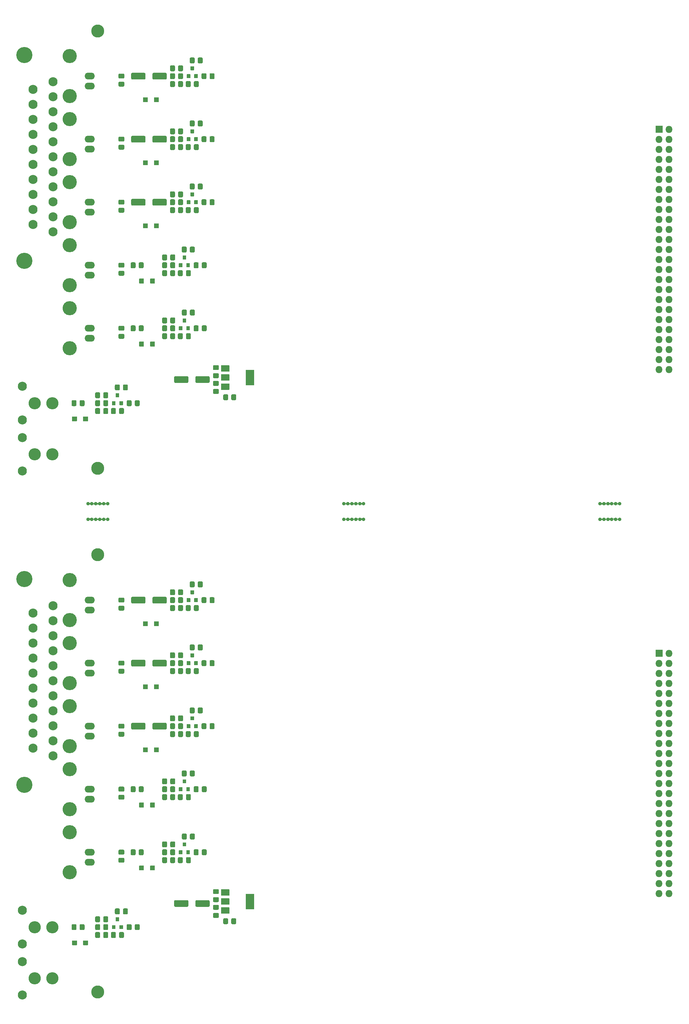
<source format=gbr>
G04 #@! TF.GenerationSoftware,KiCad,Pcbnew,(5.1.8)-1*
G04 #@! TF.CreationDate,2021-01-21T14:16:05+13:00*
G04 #@! TF.ProjectId,output.JVCardx4,6f757470-7574-42e4-9a56-436172647834,rev?*
G04 #@! TF.SameCoordinates,Original*
G04 #@! TF.FileFunction,Soldermask,Top*
G04 #@! TF.FilePolarity,Negative*
%FSLAX46Y46*%
G04 Gerber Fmt 4.6, Leading zero omitted, Abs format (unit mm)*
G04 Created by KiCad (PCBNEW (5.1.8)-1) date 2021-01-21 14:16:05*
%MOMM*%
%LPD*%
G01*
G04 APERTURE LIST*
%ADD10O,3.102000X3.102000*%
%ADD11C,2.302000*%
%ADD12C,3.302000*%
%ADD13O,1.802000X1.802000*%
%ADD14O,2.602000X1.702000*%
%ADD15O,3.602000X3.602000*%
%ADD16C,4.102000*%
%ADD17C,0.902000*%
%ADD18C,0.100000*%
G04 APERTURE END LIST*
G36*
G01*
X56349000Y-195478828D02*
X56349000Y-194521172D01*
G75*
G02*
X56621172Y-194249000I272172J0D01*
G01*
X57328828Y-194249000D01*
G75*
G02*
X57601000Y-194521172I0J-272172D01*
G01*
X57601000Y-195478828D01*
G75*
G02*
X57328828Y-195751000I-272172J0D01*
G01*
X56621172Y-195751000D01*
G75*
G02*
X56349000Y-195478828I0J272172D01*
G01*
G37*
G36*
G01*
X58399000Y-195478828D02*
X58399000Y-194521172D01*
G75*
G02*
X58671172Y-194249000I272172J0D01*
G01*
X59378828Y-194249000D01*
G75*
G02*
X59651000Y-194521172I0J-272172D01*
G01*
X59651000Y-195478828D01*
G75*
G02*
X59378828Y-195751000I-272172J0D01*
G01*
X58671172Y-195751000D01*
G75*
G02*
X58399000Y-195478828I0J272172D01*
G01*
G37*
G36*
G01*
X52399000Y-244585063D02*
X52399000Y-243414937D01*
G75*
G02*
X52664937Y-243149000I265937J0D01*
G01*
X55735063Y-243149000D01*
G75*
G02*
X56001000Y-243414937I0J-265937D01*
G01*
X56001000Y-244585063D01*
G75*
G02*
X55735063Y-244851000I-265937J0D01*
G01*
X52664937Y-244851000D01*
G75*
G02*
X52399000Y-244585063I0J265937D01*
G01*
G37*
G36*
G01*
X57799000Y-244585063D02*
X57799000Y-243414937D01*
G75*
G02*
X58064937Y-243149000I265937J0D01*
G01*
X61135063Y-243149000D01*
G75*
G02*
X61401000Y-243414937I0J-265937D01*
G01*
X61401000Y-244585063D01*
G75*
G02*
X61135063Y-244851000I-265937J0D01*
G01*
X58064937Y-244851000D01*
G75*
G02*
X57799000Y-244585063I0J265937D01*
G01*
G37*
G36*
G01*
X50501000Y-166414937D02*
X50501000Y-167585063D01*
G75*
G02*
X50235063Y-167851000I-265937J0D01*
G01*
X47164937Y-167851000D01*
G75*
G02*
X46899000Y-167585063I0J265937D01*
G01*
X46899000Y-166414937D01*
G75*
G02*
X47164937Y-166149000I265937J0D01*
G01*
X50235063Y-166149000D01*
G75*
G02*
X50501000Y-166414937I0J-265937D01*
G01*
G37*
G36*
G01*
X45101000Y-166414937D02*
X45101000Y-167585063D01*
G75*
G02*
X44835063Y-167851000I-265937J0D01*
G01*
X41764937Y-167851000D01*
G75*
G02*
X41499000Y-167585063I0J265937D01*
G01*
X41499000Y-166414937D01*
G75*
G02*
X41764937Y-166149000I265937J0D01*
G01*
X44835063Y-166149000D01*
G75*
G02*
X45101000Y-166414937I0J-265937D01*
G01*
G37*
G36*
G01*
X50501000Y-182414937D02*
X50501000Y-183585063D01*
G75*
G02*
X50235063Y-183851000I-265937J0D01*
G01*
X47164937Y-183851000D01*
G75*
G02*
X46899000Y-183585063I0J265937D01*
G01*
X46899000Y-182414937D01*
G75*
G02*
X47164937Y-182149000I265937J0D01*
G01*
X50235063Y-182149000D01*
G75*
G02*
X50501000Y-182414937I0J-265937D01*
G01*
G37*
G36*
G01*
X45101000Y-182414937D02*
X45101000Y-183585063D01*
G75*
G02*
X44835063Y-183851000I-265937J0D01*
G01*
X41764937Y-183851000D01*
G75*
G02*
X41499000Y-183585063I0J265937D01*
G01*
X41499000Y-182414937D01*
G75*
G02*
X41764937Y-182149000I265937J0D01*
G01*
X44835063Y-182149000D01*
G75*
G02*
X45101000Y-182414937I0J-265937D01*
G01*
G37*
D10*
X21500000Y-250000000D03*
X17000000Y-250000000D03*
D11*
X13850000Y-245750000D03*
X13850000Y-254250000D03*
G36*
G01*
X50501000Y-198414937D02*
X50501000Y-199585063D01*
G75*
G02*
X50235063Y-199851000I-265937J0D01*
G01*
X47164937Y-199851000D01*
G75*
G02*
X46899000Y-199585063I0J265937D01*
G01*
X46899000Y-198414937D01*
G75*
G02*
X47164937Y-198149000I265937J0D01*
G01*
X50235063Y-198149000D01*
G75*
G02*
X50501000Y-198414937I0J-265937D01*
G01*
G37*
G36*
G01*
X45101000Y-198414937D02*
X45101000Y-199585063D01*
G75*
G02*
X44835063Y-199851000I-265937J0D01*
G01*
X41764937Y-199851000D01*
G75*
G02*
X41499000Y-199585063I0J265937D01*
G01*
X41499000Y-198414937D01*
G75*
G02*
X41764937Y-198149000I265937J0D01*
G01*
X44835063Y-198149000D01*
G75*
G02*
X45101000Y-198414937I0J-265937D01*
G01*
G37*
D12*
X33000000Y-155500000D03*
G36*
G01*
X56349000Y-163478828D02*
X56349000Y-162521172D01*
G75*
G02*
X56621172Y-162249000I272172J0D01*
G01*
X57328828Y-162249000D01*
G75*
G02*
X57601000Y-162521172I0J-272172D01*
G01*
X57601000Y-163478828D01*
G75*
G02*
X57328828Y-163751000I-272172J0D01*
G01*
X56621172Y-163751000D01*
G75*
G02*
X56349000Y-163478828I0J272172D01*
G01*
G37*
G36*
G01*
X58399000Y-163478828D02*
X58399000Y-162521172D01*
G75*
G02*
X58671172Y-162249000I272172J0D01*
G01*
X59378828Y-162249000D01*
G75*
G02*
X59651000Y-162521172I0J-272172D01*
G01*
X59651000Y-163478828D01*
G75*
G02*
X59378828Y-163751000I-272172J0D01*
G01*
X58671172Y-163751000D01*
G75*
G02*
X58399000Y-163478828I0J272172D01*
G01*
G37*
G36*
G01*
X54324000Y-211478828D02*
X54324000Y-210521172D01*
G75*
G02*
X54596172Y-210249000I272172J0D01*
G01*
X55303828Y-210249000D01*
G75*
G02*
X55576000Y-210521172I0J-272172D01*
G01*
X55576000Y-211478828D01*
G75*
G02*
X55303828Y-211751000I-272172J0D01*
G01*
X54596172Y-211751000D01*
G75*
G02*
X54324000Y-211478828I0J272172D01*
G01*
G37*
G36*
G01*
X56374000Y-211478828D02*
X56374000Y-210521172D01*
G75*
G02*
X56646172Y-210249000I272172J0D01*
G01*
X57353828Y-210249000D01*
G75*
G02*
X57626000Y-210521172I0J-272172D01*
G01*
X57626000Y-211478828D01*
G75*
G02*
X57353828Y-211751000I-272172J0D01*
G01*
X56646172Y-211751000D01*
G75*
G02*
X56374000Y-211478828I0J272172D01*
G01*
G37*
G36*
G01*
X41349000Y-215478828D02*
X41349000Y-214521172D01*
G75*
G02*
X41621172Y-214249000I272172J0D01*
G01*
X42328828Y-214249000D01*
G75*
G02*
X42601000Y-214521172I0J-272172D01*
G01*
X42601000Y-215478828D01*
G75*
G02*
X42328828Y-215751000I-272172J0D01*
G01*
X41621172Y-215751000D01*
G75*
G02*
X41349000Y-215478828I0J272172D01*
G01*
G37*
G36*
G01*
X43399000Y-215478828D02*
X43399000Y-214521172D01*
G75*
G02*
X43671172Y-214249000I272172J0D01*
G01*
X44378828Y-214249000D01*
G75*
G02*
X44651000Y-214521172I0J-272172D01*
G01*
X44651000Y-215478828D01*
G75*
G02*
X44378828Y-215751000I-272172J0D01*
G01*
X43671172Y-215751000D01*
G75*
G02*
X43399000Y-215478828I0J272172D01*
G01*
G37*
G36*
G01*
X41349000Y-231478828D02*
X41349000Y-230521172D01*
G75*
G02*
X41621172Y-230249000I272172J0D01*
G01*
X42328828Y-230249000D01*
G75*
G02*
X42601000Y-230521172I0J-272172D01*
G01*
X42601000Y-231478828D01*
G75*
G02*
X42328828Y-231751000I-272172J0D01*
G01*
X41621172Y-231751000D01*
G75*
G02*
X41349000Y-231478828I0J272172D01*
G01*
G37*
G36*
G01*
X43399000Y-231478828D02*
X43399000Y-230521172D01*
G75*
G02*
X43671172Y-230249000I272172J0D01*
G01*
X44378828Y-230249000D01*
G75*
G02*
X44651000Y-230521172I0J-272172D01*
G01*
X44651000Y-231478828D01*
G75*
G02*
X44378828Y-231751000I-272172J0D01*
G01*
X43671172Y-231751000D01*
G75*
G02*
X43399000Y-231478828I0J272172D01*
G01*
G37*
G36*
G01*
X174599000Y-181350000D02*
X174599000Y-179650000D01*
G75*
G02*
X174650000Y-179599000I51000J0D01*
G01*
X176350000Y-179599000D01*
G75*
G02*
X176401000Y-179650000I0J-51000D01*
G01*
X176401000Y-181350000D01*
G75*
G02*
X176350000Y-181401000I-51000J0D01*
G01*
X174650000Y-181401000D01*
G75*
G02*
X174599000Y-181350000I0J51000D01*
G01*
G37*
D13*
X178040000Y-180500000D03*
X175500000Y-183040000D03*
X178040000Y-183040000D03*
X175500000Y-185580000D03*
X178040000Y-185580000D03*
X175500000Y-188120000D03*
X178040000Y-188120000D03*
X175500000Y-190660000D03*
X178040000Y-190660000D03*
X175500000Y-193200000D03*
X178040000Y-193200000D03*
X175500000Y-195740000D03*
X178040000Y-195740000D03*
X175500000Y-198280000D03*
X178040000Y-198280000D03*
X175500000Y-200820000D03*
X178040000Y-200820000D03*
X175500000Y-203360000D03*
X178040000Y-203360000D03*
X175500000Y-205900000D03*
X178040000Y-205900000D03*
X175500000Y-208440000D03*
X178040000Y-208440000D03*
X175500000Y-210980000D03*
X178040000Y-210980000D03*
X175500000Y-213520000D03*
X178040000Y-213520000D03*
X175500000Y-216060000D03*
X178040000Y-216060000D03*
X175500000Y-218600000D03*
X178040000Y-218600000D03*
X175500000Y-221140000D03*
X178040000Y-221140000D03*
X175500000Y-223680000D03*
X178040000Y-223680000D03*
X175500000Y-226220000D03*
X178040000Y-226220000D03*
X175500000Y-228760000D03*
X178040000Y-228760000D03*
X175500000Y-231300000D03*
X178040000Y-231300000D03*
X175500000Y-233840000D03*
X178040000Y-233840000D03*
X175500000Y-236380000D03*
X178040000Y-236380000D03*
X175500000Y-238920000D03*
X178040000Y-238920000D03*
X175500000Y-241460000D03*
X178040000Y-241460000D03*
G36*
G01*
X26349000Y-250478828D02*
X26349000Y-249521172D01*
G75*
G02*
X26621172Y-249249000I272172J0D01*
G01*
X27328828Y-249249000D01*
G75*
G02*
X27601000Y-249521172I0J-272172D01*
G01*
X27601000Y-250478828D01*
G75*
G02*
X27328828Y-250751000I-272172J0D01*
G01*
X26621172Y-250751000D01*
G75*
G02*
X26349000Y-250478828I0J272172D01*
G01*
G37*
G36*
G01*
X28399000Y-250478828D02*
X28399000Y-249521172D01*
G75*
G02*
X28671172Y-249249000I272172J0D01*
G01*
X29378828Y-249249000D01*
G75*
G02*
X29651000Y-249521172I0J-272172D01*
G01*
X29651000Y-250478828D01*
G75*
G02*
X29378828Y-250751000I-272172J0D01*
G01*
X28671172Y-250751000D01*
G75*
G02*
X28399000Y-250478828I0J272172D01*
G01*
G37*
D12*
X33000000Y-266500000D03*
G36*
G01*
X56349000Y-179478828D02*
X56349000Y-178521172D01*
G75*
G02*
X56621172Y-178249000I272172J0D01*
G01*
X57328828Y-178249000D01*
G75*
G02*
X57601000Y-178521172I0J-272172D01*
G01*
X57601000Y-179478828D01*
G75*
G02*
X57328828Y-179751000I-272172J0D01*
G01*
X56621172Y-179751000D01*
G75*
G02*
X56349000Y-179478828I0J272172D01*
G01*
G37*
G36*
G01*
X58399000Y-179478828D02*
X58399000Y-178521172D01*
G75*
G02*
X58671172Y-178249000I272172J0D01*
G01*
X59378828Y-178249000D01*
G75*
G02*
X59651000Y-178521172I0J-272172D01*
G01*
X59651000Y-179478828D01*
G75*
G02*
X59378828Y-179751000I-272172J0D01*
G01*
X58671172Y-179751000D01*
G75*
G02*
X58399000Y-179478828I0J272172D01*
G01*
G37*
D10*
X21500000Y-263000000D03*
X17000000Y-263000000D03*
D11*
X13850000Y-258750000D03*
X13850000Y-267250000D03*
G36*
G01*
X54349000Y-227478828D02*
X54349000Y-226521172D01*
G75*
G02*
X54621172Y-226249000I272172J0D01*
G01*
X55328828Y-226249000D01*
G75*
G02*
X55601000Y-226521172I0J-272172D01*
G01*
X55601000Y-227478828D01*
G75*
G02*
X55328828Y-227751000I-272172J0D01*
G01*
X54621172Y-227751000D01*
G75*
G02*
X54349000Y-227478828I0J272172D01*
G01*
G37*
G36*
G01*
X56399000Y-227478828D02*
X56399000Y-226521172D01*
G75*
G02*
X56671172Y-226249000I272172J0D01*
G01*
X57378828Y-226249000D01*
G75*
G02*
X57651000Y-226521172I0J-272172D01*
G01*
X57651000Y-227478828D01*
G75*
G02*
X57378828Y-227751000I-272172J0D01*
G01*
X56671172Y-227751000D01*
G75*
G02*
X56399000Y-227478828I0J272172D01*
G01*
G37*
G36*
G01*
X37349000Y-246478828D02*
X37349000Y-245521172D01*
G75*
G02*
X37621172Y-245249000I272172J0D01*
G01*
X38328828Y-245249000D01*
G75*
G02*
X38601000Y-245521172I0J-272172D01*
G01*
X38601000Y-246478828D01*
G75*
G02*
X38328828Y-246751000I-272172J0D01*
G01*
X37621172Y-246751000D01*
G75*
G02*
X37349000Y-246478828I0J272172D01*
G01*
G37*
G36*
G01*
X39399000Y-246478828D02*
X39399000Y-245521172D01*
G75*
G02*
X39671172Y-245249000I272172J0D01*
G01*
X40378828Y-245249000D01*
G75*
G02*
X40651000Y-245521172I0J-272172D01*
G01*
X40651000Y-246478828D01*
G75*
G02*
X40378828Y-246751000I-272172J0D01*
G01*
X39671172Y-246751000D01*
G75*
G02*
X39399000Y-246478828I0J272172D01*
G01*
G37*
G36*
G01*
X47501000Y-234450000D02*
X47501000Y-235550000D01*
G75*
G02*
X47450000Y-235601000I-51000J0D01*
G01*
X46350000Y-235601000D01*
G75*
G02*
X46299000Y-235550000I0J51000D01*
G01*
X46299000Y-234450000D01*
G75*
G02*
X46350000Y-234399000I51000J0D01*
G01*
X47450000Y-234399000D01*
G75*
G02*
X47501000Y-234450000I0J-51000D01*
G01*
G37*
G36*
G01*
X44701000Y-234450000D02*
X44701000Y-235550000D01*
G75*
G02*
X44650000Y-235601000I-51000J0D01*
G01*
X43550000Y-235601000D01*
G75*
G02*
X43499000Y-235550000I0J51000D01*
G01*
X43499000Y-234450000D01*
G75*
G02*
X43550000Y-234399000I51000J0D01*
G01*
X44650000Y-234399000D01*
G75*
G02*
X44701000Y-234450000I0J-51000D01*
G01*
G37*
G36*
G01*
X47501000Y-218450000D02*
X47501000Y-219550000D01*
G75*
G02*
X47450000Y-219601000I-51000J0D01*
G01*
X46350000Y-219601000D01*
G75*
G02*
X46299000Y-219550000I0J51000D01*
G01*
X46299000Y-218450000D01*
G75*
G02*
X46350000Y-218399000I51000J0D01*
G01*
X47450000Y-218399000D01*
G75*
G02*
X47501000Y-218450000I0J-51000D01*
G01*
G37*
G36*
G01*
X44701000Y-218450000D02*
X44701000Y-219550000D01*
G75*
G02*
X44650000Y-219601000I-51000J0D01*
G01*
X43550000Y-219601000D01*
G75*
G02*
X43499000Y-219550000I0J51000D01*
G01*
X43499000Y-218450000D01*
G75*
G02*
X43550000Y-218399000I51000J0D01*
G01*
X44650000Y-218399000D01*
G75*
G02*
X44701000Y-218450000I0J-51000D01*
G01*
G37*
D14*
X31000000Y-217540000D03*
X31000000Y-215000000D03*
D15*
X25920000Y-209920000D03*
X25920000Y-220080000D03*
G36*
G01*
X56651000Y-232521172D02*
X56651000Y-233478828D01*
G75*
G02*
X56378828Y-233751000I-272172J0D01*
G01*
X55671172Y-233751000D01*
G75*
G02*
X55399000Y-233478828I0J272172D01*
G01*
X55399000Y-232521172D01*
G75*
G02*
X55671172Y-232249000I272172J0D01*
G01*
X56378828Y-232249000D01*
G75*
G02*
X56651000Y-232521172I0J-272172D01*
G01*
G37*
G36*
G01*
X54601000Y-232521172D02*
X54601000Y-233478828D01*
G75*
G02*
X54328828Y-233751000I-272172J0D01*
G01*
X53621172Y-233751000D01*
G75*
G02*
X53349000Y-233478828I0J272172D01*
G01*
X53349000Y-232521172D01*
G75*
G02*
X53621172Y-232249000I272172J0D01*
G01*
X54328828Y-232249000D01*
G75*
G02*
X54601000Y-232521172I0J-272172D01*
G01*
G37*
G36*
G01*
X39651000Y-251521172D02*
X39651000Y-252478828D01*
G75*
G02*
X39378828Y-252751000I-272172J0D01*
G01*
X38671172Y-252751000D01*
G75*
G02*
X38399000Y-252478828I0J272172D01*
G01*
X38399000Y-251521172D01*
G75*
G02*
X38671172Y-251249000I272172J0D01*
G01*
X39378828Y-251249000D01*
G75*
G02*
X39651000Y-251521172I0J-272172D01*
G01*
G37*
G36*
G01*
X37601000Y-251521172D02*
X37601000Y-252478828D01*
G75*
G02*
X37328828Y-252751000I-272172J0D01*
G01*
X36621172Y-252751000D01*
G75*
G02*
X36349000Y-252478828I0J272172D01*
G01*
X36349000Y-251521172D01*
G75*
G02*
X36621172Y-251249000I272172J0D01*
G01*
X37328828Y-251249000D01*
G75*
G02*
X37601000Y-251521172I0J-272172D01*
G01*
G37*
G36*
G01*
X60651000Y-214521172D02*
X60651000Y-215478828D01*
G75*
G02*
X60378828Y-215751000I-272172J0D01*
G01*
X59671172Y-215751000D01*
G75*
G02*
X59399000Y-215478828I0J272172D01*
G01*
X59399000Y-214521172D01*
G75*
G02*
X59671172Y-214249000I272172J0D01*
G01*
X60378828Y-214249000D01*
G75*
G02*
X60651000Y-214521172I0J-272172D01*
G01*
G37*
G36*
G01*
X58601000Y-214521172D02*
X58601000Y-215478828D01*
G75*
G02*
X58328828Y-215751000I-272172J0D01*
G01*
X57621172Y-215751000D01*
G75*
G02*
X57349000Y-215478828I0J272172D01*
G01*
X57349000Y-214521172D01*
G75*
G02*
X57621172Y-214249000I272172J0D01*
G01*
X58328828Y-214249000D01*
G75*
G02*
X58601000Y-214521172I0J-272172D01*
G01*
G37*
G36*
G01*
X54651000Y-184521172D02*
X54651000Y-185478828D01*
G75*
G02*
X54378828Y-185751000I-272172J0D01*
G01*
X53671172Y-185751000D01*
G75*
G02*
X53399000Y-185478828I0J272172D01*
G01*
X53399000Y-184521172D01*
G75*
G02*
X53671172Y-184249000I272172J0D01*
G01*
X54378828Y-184249000D01*
G75*
G02*
X54651000Y-184521172I0J-272172D01*
G01*
G37*
G36*
G01*
X52601000Y-184521172D02*
X52601000Y-185478828D01*
G75*
G02*
X52328828Y-185751000I-272172J0D01*
G01*
X51621172Y-185751000D01*
G75*
G02*
X51349000Y-185478828I0J272172D01*
G01*
X51349000Y-184521172D01*
G75*
G02*
X51621172Y-184249000I272172J0D01*
G01*
X52328828Y-184249000D01*
G75*
G02*
X52601000Y-184521172I0J-272172D01*
G01*
G37*
G36*
G01*
X51349000Y-197478828D02*
X51349000Y-196521172D01*
G75*
G02*
X51621172Y-196249000I272172J0D01*
G01*
X52328828Y-196249000D01*
G75*
G02*
X52601000Y-196521172I0J-272172D01*
G01*
X52601000Y-197478828D01*
G75*
G02*
X52328828Y-197751000I-272172J0D01*
G01*
X51621172Y-197751000D01*
G75*
G02*
X51349000Y-197478828I0J272172D01*
G01*
G37*
G36*
G01*
X53399000Y-197478828D02*
X53399000Y-196521172D01*
G75*
G02*
X53671172Y-196249000I272172J0D01*
G01*
X54378828Y-196249000D01*
G75*
G02*
X54651000Y-196521172I0J-272172D01*
G01*
X54651000Y-197478828D01*
G75*
G02*
X54378828Y-197751000I-272172J0D01*
G01*
X53671172Y-197751000D01*
G75*
G02*
X53399000Y-197478828I0J272172D01*
G01*
G37*
D14*
X31000000Y-201540000D03*
X31000000Y-199000000D03*
D15*
X25920000Y-193920000D03*
X25920000Y-204080000D03*
G36*
G01*
X54651000Y-168521172D02*
X54651000Y-169478828D01*
G75*
G02*
X54378828Y-169751000I-272172J0D01*
G01*
X53671172Y-169751000D01*
G75*
G02*
X53399000Y-169478828I0J272172D01*
G01*
X53399000Y-168521172D01*
G75*
G02*
X53671172Y-168249000I272172J0D01*
G01*
X54378828Y-168249000D01*
G75*
G02*
X54651000Y-168521172I0J-272172D01*
G01*
G37*
G36*
G01*
X52601000Y-168521172D02*
X52601000Y-169478828D01*
G75*
G02*
X52328828Y-169751000I-272172J0D01*
G01*
X51621172Y-169751000D01*
G75*
G02*
X51349000Y-169478828I0J272172D01*
G01*
X51349000Y-168521172D01*
G75*
G02*
X51621172Y-168249000I272172J0D01*
G01*
X52328828Y-168249000D01*
G75*
G02*
X52601000Y-168521172I0J-272172D01*
G01*
G37*
G36*
G01*
X62651000Y-166521172D02*
X62651000Y-167478828D01*
G75*
G02*
X62378828Y-167751000I-272172J0D01*
G01*
X61671172Y-167751000D01*
G75*
G02*
X61399000Y-167478828I0J272172D01*
G01*
X61399000Y-166521172D01*
G75*
G02*
X61671172Y-166249000I272172J0D01*
G01*
X62378828Y-166249000D01*
G75*
G02*
X62651000Y-166521172I0J-272172D01*
G01*
G37*
G36*
G01*
X60601000Y-166521172D02*
X60601000Y-167478828D01*
G75*
G02*
X60328828Y-167751000I-272172J0D01*
G01*
X59621172Y-167751000D01*
G75*
G02*
X59349000Y-167478828I0J272172D01*
G01*
X59349000Y-166521172D01*
G75*
G02*
X59621172Y-166249000I272172J0D01*
G01*
X60328828Y-166249000D01*
G75*
G02*
X60601000Y-166521172I0J-272172D01*
G01*
G37*
G36*
G01*
X62521172Y-240349000D02*
X63478828Y-240349000D01*
G75*
G02*
X63751000Y-240621172I0J-272172D01*
G01*
X63751000Y-241328828D01*
G75*
G02*
X63478828Y-241601000I-272172J0D01*
G01*
X62521172Y-241601000D01*
G75*
G02*
X62249000Y-241328828I0J272172D01*
G01*
X62249000Y-240621172D01*
G75*
G02*
X62521172Y-240349000I272172J0D01*
G01*
G37*
G36*
G01*
X62521172Y-242399000D02*
X63478828Y-242399000D01*
G75*
G02*
X63751000Y-242671172I0J-272172D01*
G01*
X63751000Y-243378828D01*
G75*
G02*
X63478828Y-243651000I-272172J0D01*
G01*
X62521172Y-243651000D01*
G75*
G02*
X62249000Y-243378828I0J272172D01*
G01*
X62249000Y-242671172D01*
G75*
G02*
X62521172Y-242399000I272172J0D01*
G01*
G37*
G36*
G01*
X51349000Y-181478828D02*
X51349000Y-180521172D01*
G75*
G02*
X51621172Y-180249000I272172J0D01*
G01*
X52328828Y-180249000D01*
G75*
G02*
X52601000Y-180521172I0J-272172D01*
G01*
X52601000Y-181478828D01*
G75*
G02*
X52328828Y-181751000I-272172J0D01*
G01*
X51621172Y-181751000D01*
G75*
G02*
X51349000Y-181478828I0J272172D01*
G01*
G37*
G36*
G01*
X53399000Y-181478828D02*
X53399000Y-180521172D01*
G75*
G02*
X53671172Y-180249000I272172J0D01*
G01*
X54378828Y-180249000D01*
G75*
G02*
X54651000Y-180521172I0J-272172D01*
G01*
X54651000Y-181478828D01*
G75*
G02*
X54378828Y-181751000I-272172J0D01*
G01*
X53671172Y-181751000D01*
G75*
G02*
X53399000Y-181478828I0J272172D01*
G01*
G37*
G36*
G01*
X54651000Y-200521172D02*
X54651000Y-201478828D01*
G75*
G02*
X54378828Y-201751000I-272172J0D01*
G01*
X53671172Y-201751000D01*
G75*
G02*
X53399000Y-201478828I0J272172D01*
G01*
X53399000Y-200521172D01*
G75*
G02*
X53671172Y-200249000I272172J0D01*
G01*
X54378828Y-200249000D01*
G75*
G02*
X54651000Y-200521172I0J-272172D01*
G01*
G37*
G36*
G01*
X52601000Y-200521172D02*
X52601000Y-201478828D01*
G75*
G02*
X52328828Y-201751000I-272172J0D01*
G01*
X51621172Y-201751000D01*
G75*
G02*
X51349000Y-201478828I0J272172D01*
G01*
X51349000Y-200521172D01*
G75*
G02*
X51621172Y-200249000I272172J0D01*
G01*
X52328828Y-200249000D01*
G75*
G02*
X52601000Y-200521172I0J-272172D01*
G01*
G37*
G36*
G01*
X58651000Y-168521172D02*
X58651000Y-169478828D01*
G75*
G02*
X58378828Y-169751000I-272172J0D01*
G01*
X57671172Y-169751000D01*
G75*
G02*
X57399000Y-169478828I0J272172D01*
G01*
X57399000Y-168521172D01*
G75*
G02*
X57671172Y-168249000I272172J0D01*
G01*
X58378828Y-168249000D01*
G75*
G02*
X58651000Y-168521172I0J-272172D01*
G01*
G37*
G36*
G01*
X56601000Y-168521172D02*
X56601000Y-169478828D01*
G75*
G02*
X56328828Y-169751000I-272172J0D01*
G01*
X55621172Y-169751000D01*
G75*
G02*
X55349000Y-169478828I0J272172D01*
G01*
X55349000Y-168521172D01*
G75*
G02*
X55621172Y-168249000I272172J0D01*
G01*
X56328828Y-168249000D01*
G75*
G02*
X56601000Y-168521172I0J-272172D01*
G01*
G37*
G36*
G01*
X49349000Y-213478828D02*
X49349000Y-212521172D01*
G75*
G02*
X49621172Y-212249000I272172J0D01*
G01*
X50328828Y-212249000D01*
G75*
G02*
X50601000Y-212521172I0J-272172D01*
G01*
X50601000Y-213478828D01*
G75*
G02*
X50328828Y-213751000I-272172J0D01*
G01*
X49621172Y-213751000D01*
G75*
G02*
X49349000Y-213478828I0J272172D01*
G01*
G37*
G36*
G01*
X51399000Y-213478828D02*
X51399000Y-212521172D01*
G75*
G02*
X51671172Y-212249000I272172J0D01*
G01*
X52378828Y-212249000D01*
G75*
G02*
X52651000Y-212521172I0J-272172D01*
G01*
X52651000Y-213478828D01*
G75*
G02*
X52378828Y-213751000I-272172J0D01*
G01*
X51671172Y-213751000D01*
G75*
G02*
X51399000Y-213478828I0J272172D01*
G01*
G37*
G36*
G01*
X70599000Y-245400000D02*
X70599000Y-241600000D01*
G75*
G02*
X70650000Y-241549000I51000J0D01*
G01*
X72650000Y-241549000D01*
G75*
G02*
X72701000Y-241600000I0J-51000D01*
G01*
X72701000Y-245400000D01*
G75*
G02*
X72650000Y-245451000I-51000J0D01*
G01*
X70650000Y-245451000D01*
G75*
G02*
X70599000Y-245400000I0J51000D01*
G01*
G37*
G36*
G01*
X64299000Y-244250000D02*
X64299000Y-242750000D01*
G75*
G02*
X64350000Y-242699000I51000J0D01*
G01*
X66350000Y-242699000D01*
G75*
G02*
X66401000Y-242750000I0J-51000D01*
G01*
X66401000Y-244250000D01*
G75*
G02*
X66350000Y-244301000I-51000J0D01*
G01*
X64350000Y-244301000D01*
G75*
G02*
X64299000Y-244250000I0J51000D01*
G01*
G37*
G36*
G01*
X64299000Y-246550000D02*
X64299000Y-245050000D01*
G75*
G02*
X64350000Y-244999000I51000J0D01*
G01*
X66350000Y-244999000D01*
G75*
G02*
X66401000Y-245050000I0J-51000D01*
G01*
X66401000Y-246550000D01*
G75*
G02*
X66350000Y-246601000I-51000J0D01*
G01*
X64350000Y-246601000D01*
G75*
G02*
X64299000Y-246550000I0J51000D01*
G01*
G37*
G36*
G01*
X64299000Y-241950000D02*
X64299000Y-240450000D01*
G75*
G02*
X64350000Y-240399000I51000J0D01*
G01*
X66350000Y-240399000D01*
G75*
G02*
X66401000Y-240450000I0J-51000D01*
G01*
X66401000Y-241950000D01*
G75*
G02*
X66350000Y-242001000I-51000J0D01*
G01*
X64350000Y-242001000D01*
G75*
G02*
X64299000Y-241950000I0J51000D01*
G01*
G37*
G36*
G01*
X52651000Y-216521172D02*
X52651000Y-217478828D01*
G75*
G02*
X52378828Y-217751000I-272172J0D01*
G01*
X51671172Y-217751000D01*
G75*
G02*
X51399000Y-217478828I0J272172D01*
G01*
X51399000Y-216521172D01*
G75*
G02*
X51671172Y-216249000I272172J0D01*
G01*
X52378828Y-216249000D01*
G75*
G02*
X52651000Y-216521172I0J-272172D01*
G01*
G37*
G36*
G01*
X50601000Y-216521172D02*
X50601000Y-217478828D01*
G75*
G02*
X50328828Y-217751000I-272172J0D01*
G01*
X49621172Y-217751000D01*
G75*
G02*
X49349000Y-217478828I0J272172D01*
G01*
X49349000Y-216521172D01*
G75*
G02*
X49621172Y-216249000I272172J0D01*
G01*
X50328828Y-216249000D01*
G75*
G02*
X50601000Y-216521172I0J-272172D01*
G01*
G37*
G36*
G01*
X60651000Y-230521172D02*
X60651000Y-231478828D01*
G75*
G02*
X60378828Y-231751000I-272172J0D01*
G01*
X59671172Y-231751000D01*
G75*
G02*
X59399000Y-231478828I0J272172D01*
G01*
X59399000Y-230521172D01*
G75*
G02*
X59671172Y-230249000I272172J0D01*
G01*
X60378828Y-230249000D01*
G75*
G02*
X60651000Y-230521172I0J-272172D01*
G01*
G37*
G36*
G01*
X58601000Y-230521172D02*
X58601000Y-231478828D01*
G75*
G02*
X58328828Y-231751000I-272172J0D01*
G01*
X57621172Y-231751000D01*
G75*
G02*
X57349000Y-231478828I0J272172D01*
G01*
X57349000Y-230521172D01*
G75*
G02*
X57621172Y-230249000I272172J0D01*
G01*
X58328828Y-230249000D01*
G75*
G02*
X58601000Y-230521172I0J-272172D01*
G01*
G37*
D11*
X21680000Y-206515000D03*
X21680000Y-168415000D03*
X16600000Y-174130000D03*
X21680000Y-172225000D03*
X16600000Y-177940000D03*
X21680000Y-176035000D03*
X16600000Y-181750000D03*
X21680000Y-179845000D03*
X16600000Y-170320000D03*
X21680000Y-183655000D03*
X16600000Y-185560000D03*
X21680000Y-187465000D03*
X16600000Y-189370000D03*
X21680000Y-191275000D03*
X16600000Y-193180000D03*
X21680000Y-195085000D03*
X16600000Y-196990000D03*
X21680000Y-198895000D03*
X16600000Y-200800000D03*
X21680000Y-202705000D03*
X16600000Y-204610000D03*
D16*
X14400000Y-161610000D03*
X14400000Y-213880000D03*
G36*
G01*
X62651000Y-182521172D02*
X62651000Y-183478828D01*
G75*
G02*
X62378828Y-183751000I-272172J0D01*
G01*
X61671172Y-183751000D01*
G75*
G02*
X61399000Y-183478828I0J272172D01*
G01*
X61399000Y-182521172D01*
G75*
G02*
X61671172Y-182249000I272172J0D01*
G01*
X62378828Y-182249000D01*
G75*
G02*
X62651000Y-182521172I0J-272172D01*
G01*
G37*
G36*
G01*
X60601000Y-182521172D02*
X60601000Y-183478828D01*
G75*
G02*
X60328828Y-183751000I-272172J0D01*
G01*
X59621172Y-183751000D01*
G75*
G02*
X59349000Y-183478828I0J272172D01*
G01*
X59349000Y-182521172D01*
G75*
G02*
X59621172Y-182249000I272172J0D01*
G01*
X60328828Y-182249000D01*
G75*
G02*
X60601000Y-182521172I0J-272172D01*
G01*
G37*
G36*
G01*
X62651000Y-198521172D02*
X62651000Y-199478828D01*
G75*
G02*
X62378828Y-199751000I-272172J0D01*
G01*
X61671172Y-199751000D01*
G75*
G02*
X61399000Y-199478828I0J272172D01*
G01*
X61399000Y-198521172D01*
G75*
G02*
X61671172Y-198249000I272172J0D01*
G01*
X62378828Y-198249000D01*
G75*
G02*
X62651000Y-198521172I0J-272172D01*
G01*
G37*
G36*
G01*
X60601000Y-198521172D02*
X60601000Y-199478828D01*
G75*
G02*
X60328828Y-199751000I-272172J0D01*
G01*
X59621172Y-199751000D01*
G75*
G02*
X59349000Y-199478828I0J272172D01*
G01*
X59349000Y-198521172D01*
G75*
G02*
X59621172Y-198249000I272172J0D01*
G01*
X60328828Y-198249000D01*
G75*
G02*
X60601000Y-198521172I0J-272172D01*
G01*
G37*
G36*
G01*
X48501000Y-188450000D02*
X48501000Y-189550000D01*
G75*
G02*
X48450000Y-189601000I-51000J0D01*
G01*
X47350000Y-189601000D01*
G75*
G02*
X47299000Y-189550000I0J51000D01*
G01*
X47299000Y-188450000D01*
G75*
G02*
X47350000Y-188399000I51000J0D01*
G01*
X48450000Y-188399000D01*
G75*
G02*
X48501000Y-188450000I0J-51000D01*
G01*
G37*
G36*
G01*
X45701000Y-188450000D02*
X45701000Y-189550000D01*
G75*
G02*
X45650000Y-189601000I-51000J0D01*
G01*
X44550000Y-189601000D01*
G75*
G02*
X44499000Y-189550000I0J51000D01*
G01*
X44499000Y-188450000D01*
G75*
G02*
X44550000Y-188399000I51000J0D01*
G01*
X45650000Y-188399000D01*
G75*
G02*
X45701000Y-188450000I0J-51000D01*
G01*
G37*
G36*
G01*
X62521172Y-244349000D02*
X63478828Y-244349000D01*
G75*
G02*
X63751000Y-244621172I0J-272172D01*
G01*
X63751000Y-245328828D01*
G75*
G02*
X63478828Y-245601000I-272172J0D01*
G01*
X62521172Y-245601000D01*
G75*
G02*
X62249000Y-245328828I0J272172D01*
G01*
X62249000Y-244621172D01*
G75*
G02*
X62521172Y-244349000I272172J0D01*
G01*
G37*
G36*
G01*
X62521172Y-246399000D02*
X63478828Y-246399000D01*
G75*
G02*
X63751000Y-246671172I0J-272172D01*
G01*
X63751000Y-247378828D01*
G75*
G02*
X63478828Y-247651000I-272172J0D01*
G01*
X62521172Y-247651000D01*
G75*
G02*
X62249000Y-247378828I0J272172D01*
G01*
X62249000Y-246671172D01*
G75*
G02*
X62521172Y-246399000I272172J0D01*
G01*
G37*
G36*
G01*
X48501000Y-204450000D02*
X48501000Y-205550000D01*
G75*
G02*
X48450000Y-205601000I-51000J0D01*
G01*
X47350000Y-205601000D01*
G75*
G02*
X47299000Y-205550000I0J51000D01*
G01*
X47299000Y-204450000D01*
G75*
G02*
X47350000Y-204399000I51000J0D01*
G01*
X48450000Y-204399000D01*
G75*
G02*
X48501000Y-204450000I0J-51000D01*
G01*
G37*
G36*
G01*
X45701000Y-204450000D02*
X45701000Y-205550000D01*
G75*
G02*
X45650000Y-205601000I-51000J0D01*
G01*
X44550000Y-205601000D01*
G75*
G02*
X44499000Y-205550000I0J51000D01*
G01*
X44499000Y-204450000D01*
G75*
G02*
X44550000Y-204399000I51000J0D01*
G01*
X45650000Y-204399000D01*
G75*
G02*
X45701000Y-204450000I0J-51000D01*
G01*
G37*
G36*
G01*
X30501000Y-253450000D02*
X30501000Y-254550000D01*
G75*
G02*
X30450000Y-254601000I-51000J0D01*
G01*
X29350000Y-254601000D01*
G75*
G02*
X29299000Y-254550000I0J51000D01*
G01*
X29299000Y-253450000D01*
G75*
G02*
X29350000Y-253399000I51000J0D01*
G01*
X30450000Y-253399000D01*
G75*
G02*
X30501000Y-253450000I0J-51000D01*
G01*
G37*
G36*
G01*
X27701000Y-253450000D02*
X27701000Y-254550000D01*
G75*
G02*
X27650000Y-254601000I-51000J0D01*
G01*
X26550000Y-254601000D01*
G75*
G02*
X26499000Y-254550000I0J51000D01*
G01*
X26499000Y-253450000D01*
G75*
G02*
X26550000Y-253399000I51000J0D01*
G01*
X27650000Y-253399000D01*
G75*
G02*
X27701000Y-253450000I0J-51000D01*
G01*
G37*
D14*
X31000000Y-185540000D03*
X31000000Y-183000000D03*
D15*
X25920000Y-177920000D03*
X25920000Y-188080000D03*
G36*
G01*
X32349000Y-248478828D02*
X32349000Y-247521172D01*
G75*
G02*
X32621172Y-247249000I272172J0D01*
G01*
X33328828Y-247249000D01*
G75*
G02*
X33601000Y-247521172I0J-272172D01*
G01*
X33601000Y-248478828D01*
G75*
G02*
X33328828Y-248751000I-272172J0D01*
G01*
X32621172Y-248751000D01*
G75*
G02*
X32349000Y-248478828I0J272172D01*
G01*
G37*
G36*
G01*
X34399000Y-248478828D02*
X34399000Y-247521172D01*
G75*
G02*
X34671172Y-247249000I272172J0D01*
G01*
X35378828Y-247249000D01*
G75*
G02*
X35651000Y-247521172I0J-272172D01*
G01*
X35651000Y-248478828D01*
G75*
G02*
X35378828Y-248751000I-272172J0D01*
G01*
X34671172Y-248751000D01*
G75*
G02*
X34399000Y-248478828I0J272172D01*
G01*
G37*
G36*
G01*
X48501000Y-172450000D02*
X48501000Y-173550000D01*
G75*
G02*
X48450000Y-173601000I-51000J0D01*
G01*
X47350000Y-173601000D01*
G75*
G02*
X47299000Y-173550000I0J51000D01*
G01*
X47299000Y-172450000D01*
G75*
G02*
X47350000Y-172399000I51000J0D01*
G01*
X48450000Y-172399000D01*
G75*
G02*
X48501000Y-172450000I0J-51000D01*
G01*
G37*
G36*
G01*
X45701000Y-172450000D02*
X45701000Y-173550000D01*
G75*
G02*
X45650000Y-173601000I-51000J0D01*
G01*
X44550000Y-173601000D01*
G75*
G02*
X44499000Y-173550000I0J51000D01*
G01*
X44499000Y-172450000D01*
G75*
G02*
X44550000Y-172399000I51000J0D01*
G01*
X45650000Y-172399000D01*
G75*
G02*
X45701000Y-172450000I0J-51000D01*
G01*
G37*
G36*
G01*
X49349000Y-229478828D02*
X49349000Y-228521172D01*
G75*
G02*
X49621172Y-228249000I272172J0D01*
G01*
X50328828Y-228249000D01*
G75*
G02*
X50601000Y-228521172I0J-272172D01*
G01*
X50601000Y-229478828D01*
G75*
G02*
X50328828Y-229751000I-272172J0D01*
G01*
X49621172Y-229751000D01*
G75*
G02*
X49349000Y-229478828I0J272172D01*
G01*
G37*
G36*
G01*
X51399000Y-229478828D02*
X51399000Y-228521172D01*
G75*
G02*
X51671172Y-228249000I272172J0D01*
G01*
X52378828Y-228249000D01*
G75*
G02*
X52651000Y-228521172I0J-272172D01*
G01*
X52651000Y-229478828D01*
G75*
G02*
X52378828Y-229751000I-272172J0D01*
G01*
X51671172Y-229751000D01*
G75*
G02*
X51399000Y-229478828I0J272172D01*
G01*
G37*
G36*
G01*
X56651000Y-216521172D02*
X56651000Y-217478828D01*
G75*
G02*
X56378828Y-217751000I-272172J0D01*
G01*
X55671172Y-217751000D01*
G75*
G02*
X55399000Y-217478828I0J272172D01*
G01*
X55399000Y-216521172D01*
G75*
G02*
X55671172Y-216249000I272172J0D01*
G01*
X56378828Y-216249000D01*
G75*
G02*
X56651000Y-216521172I0J-272172D01*
G01*
G37*
G36*
G01*
X54601000Y-216521172D02*
X54601000Y-217478828D01*
G75*
G02*
X54328828Y-217751000I-272172J0D01*
G01*
X53621172Y-217751000D01*
G75*
G02*
X53349000Y-217478828I0J272172D01*
G01*
X53349000Y-216521172D01*
G75*
G02*
X53621172Y-216249000I272172J0D01*
G01*
X54328828Y-216249000D01*
G75*
G02*
X54601000Y-216521172I0J-272172D01*
G01*
G37*
G36*
G01*
X43651000Y-249521172D02*
X43651000Y-250478828D01*
G75*
G02*
X43378828Y-250751000I-272172J0D01*
G01*
X42671172Y-250751000D01*
G75*
G02*
X42399000Y-250478828I0J272172D01*
G01*
X42399000Y-249521172D01*
G75*
G02*
X42671172Y-249249000I272172J0D01*
G01*
X43378828Y-249249000D01*
G75*
G02*
X43651000Y-249521172I0J-272172D01*
G01*
G37*
G36*
G01*
X41601000Y-249521172D02*
X41601000Y-250478828D01*
G75*
G02*
X41328828Y-250751000I-272172J0D01*
G01*
X40621172Y-250751000D01*
G75*
G02*
X40349000Y-250478828I0J272172D01*
G01*
X40349000Y-249521172D01*
G75*
G02*
X40621172Y-249249000I272172J0D01*
G01*
X41328828Y-249249000D01*
G75*
G02*
X41601000Y-249521172I0J-272172D01*
G01*
G37*
G36*
G01*
X52651000Y-232521172D02*
X52651000Y-233478828D01*
G75*
G02*
X52378828Y-233751000I-272172J0D01*
G01*
X51671172Y-233751000D01*
G75*
G02*
X51399000Y-233478828I0J272172D01*
G01*
X51399000Y-232521172D01*
G75*
G02*
X51671172Y-232249000I272172J0D01*
G01*
X52378828Y-232249000D01*
G75*
G02*
X52651000Y-232521172I0J-272172D01*
G01*
G37*
G36*
G01*
X50601000Y-232521172D02*
X50601000Y-233478828D01*
G75*
G02*
X50328828Y-233751000I-272172J0D01*
G01*
X49621172Y-233751000D01*
G75*
G02*
X49349000Y-233478828I0J272172D01*
G01*
X49349000Y-232521172D01*
G75*
G02*
X49621172Y-232249000I272172J0D01*
G01*
X50328828Y-232249000D01*
G75*
G02*
X50601000Y-232521172I0J-272172D01*
G01*
G37*
G36*
G01*
X35651000Y-251521172D02*
X35651000Y-252478828D01*
G75*
G02*
X35378828Y-252751000I-272172J0D01*
G01*
X34671172Y-252751000D01*
G75*
G02*
X34399000Y-252478828I0J272172D01*
G01*
X34399000Y-251521172D01*
G75*
G02*
X34671172Y-251249000I272172J0D01*
G01*
X35378828Y-251249000D01*
G75*
G02*
X35651000Y-251521172I0J-272172D01*
G01*
G37*
G36*
G01*
X33601000Y-251521172D02*
X33601000Y-252478828D01*
G75*
G02*
X33328828Y-252751000I-272172J0D01*
G01*
X32621172Y-252751000D01*
G75*
G02*
X32349000Y-252478828I0J272172D01*
G01*
X32349000Y-251521172D01*
G75*
G02*
X32621172Y-251249000I272172J0D01*
G01*
X33328828Y-251249000D01*
G75*
G02*
X33601000Y-251521172I0J-272172D01*
G01*
G37*
G36*
G01*
X58651000Y-184521172D02*
X58651000Y-185478828D01*
G75*
G02*
X58378828Y-185751000I-272172J0D01*
G01*
X57671172Y-185751000D01*
G75*
G02*
X57399000Y-185478828I0J272172D01*
G01*
X57399000Y-184521172D01*
G75*
G02*
X57671172Y-184249000I272172J0D01*
G01*
X58378828Y-184249000D01*
G75*
G02*
X58651000Y-184521172I0J-272172D01*
G01*
G37*
G36*
G01*
X56601000Y-184521172D02*
X56601000Y-185478828D01*
G75*
G02*
X56328828Y-185751000I-272172J0D01*
G01*
X55621172Y-185751000D01*
G75*
G02*
X55349000Y-185478828I0J272172D01*
G01*
X55349000Y-184521172D01*
G75*
G02*
X55621172Y-184249000I272172J0D01*
G01*
X56328828Y-184249000D01*
G75*
G02*
X56601000Y-184521172I0J-272172D01*
G01*
G37*
G36*
G01*
X58651000Y-200521172D02*
X58651000Y-201478828D01*
G75*
G02*
X58378828Y-201751000I-272172J0D01*
G01*
X57671172Y-201751000D01*
G75*
G02*
X57399000Y-201478828I0J272172D01*
G01*
X57399000Y-200521172D01*
G75*
G02*
X57671172Y-200249000I272172J0D01*
G01*
X58378828Y-200249000D01*
G75*
G02*
X58651000Y-200521172I0J-272172D01*
G01*
G37*
G36*
G01*
X56601000Y-200521172D02*
X56601000Y-201478828D01*
G75*
G02*
X56328828Y-201751000I-272172J0D01*
G01*
X55621172Y-201751000D01*
G75*
G02*
X55349000Y-201478828I0J272172D01*
G01*
X55349000Y-200521172D01*
G75*
G02*
X55621172Y-200249000I272172J0D01*
G01*
X56328828Y-200249000D01*
G75*
G02*
X56601000Y-200521172I0J-272172D01*
G01*
G37*
G36*
G01*
X54450000Y-231501000D02*
X53650000Y-231501000D01*
G75*
G02*
X53599000Y-231450000I0J51000D01*
G01*
X53599000Y-230550000D01*
G75*
G02*
X53650000Y-230499000I51000J0D01*
G01*
X54450000Y-230499000D01*
G75*
G02*
X54501000Y-230550000I0J-51000D01*
G01*
X54501000Y-231450000D01*
G75*
G02*
X54450000Y-231501000I-51000J0D01*
G01*
G37*
G36*
G01*
X56350000Y-231501000D02*
X55550000Y-231501000D01*
G75*
G02*
X55499000Y-231450000I0J51000D01*
G01*
X55499000Y-230550000D01*
G75*
G02*
X55550000Y-230499000I51000J0D01*
G01*
X56350000Y-230499000D01*
G75*
G02*
X56401000Y-230550000I0J-51000D01*
G01*
X56401000Y-231450000D01*
G75*
G02*
X56350000Y-231501000I-51000J0D01*
G01*
G37*
G36*
G01*
X55400000Y-229501000D02*
X54600000Y-229501000D01*
G75*
G02*
X54549000Y-229450000I0J51000D01*
G01*
X54549000Y-228550000D01*
G75*
G02*
X54600000Y-228499000I51000J0D01*
G01*
X55400000Y-228499000D01*
G75*
G02*
X55451000Y-228550000I0J-51000D01*
G01*
X55451000Y-229450000D01*
G75*
G02*
X55400000Y-229501000I-51000J0D01*
G01*
G37*
G36*
G01*
X52651000Y-214521172D02*
X52651000Y-215478828D01*
G75*
G02*
X52378828Y-215751000I-272172J0D01*
G01*
X51671172Y-215751000D01*
G75*
G02*
X51399000Y-215478828I0J272172D01*
G01*
X51399000Y-214521172D01*
G75*
G02*
X51671172Y-214249000I272172J0D01*
G01*
X52378828Y-214249000D01*
G75*
G02*
X52651000Y-214521172I0J-272172D01*
G01*
G37*
G36*
G01*
X50601000Y-214521172D02*
X50601000Y-215478828D01*
G75*
G02*
X50328828Y-215751000I-272172J0D01*
G01*
X49621172Y-215751000D01*
G75*
G02*
X49349000Y-215478828I0J272172D01*
G01*
X49349000Y-214521172D01*
G75*
G02*
X49621172Y-214249000I272172J0D01*
G01*
X50328828Y-214249000D01*
G75*
G02*
X50601000Y-214521172I0J-272172D01*
G01*
G37*
G36*
G01*
X56450000Y-199501000D02*
X55650000Y-199501000D01*
G75*
G02*
X55599000Y-199450000I0J51000D01*
G01*
X55599000Y-198550000D01*
G75*
G02*
X55650000Y-198499000I51000J0D01*
G01*
X56450000Y-198499000D01*
G75*
G02*
X56501000Y-198550000I0J-51000D01*
G01*
X56501000Y-199450000D01*
G75*
G02*
X56450000Y-199501000I-51000J0D01*
G01*
G37*
G36*
G01*
X58350000Y-199501000D02*
X57550000Y-199501000D01*
G75*
G02*
X57499000Y-199450000I0J51000D01*
G01*
X57499000Y-198550000D01*
G75*
G02*
X57550000Y-198499000I51000J0D01*
G01*
X58350000Y-198499000D01*
G75*
G02*
X58401000Y-198550000I0J-51000D01*
G01*
X58401000Y-199450000D01*
G75*
G02*
X58350000Y-199501000I-51000J0D01*
G01*
G37*
G36*
G01*
X57400000Y-197501000D02*
X56600000Y-197501000D01*
G75*
G02*
X56549000Y-197450000I0J51000D01*
G01*
X56549000Y-196550000D01*
G75*
G02*
X56600000Y-196499000I51000J0D01*
G01*
X57400000Y-196499000D01*
G75*
G02*
X57451000Y-196550000I0J-51000D01*
G01*
X57451000Y-197450000D01*
G75*
G02*
X57400000Y-197501000I-51000J0D01*
G01*
G37*
G36*
G01*
X54450000Y-215501000D02*
X53650000Y-215501000D01*
G75*
G02*
X53599000Y-215450000I0J51000D01*
G01*
X53599000Y-214550000D01*
G75*
G02*
X53650000Y-214499000I51000J0D01*
G01*
X54450000Y-214499000D01*
G75*
G02*
X54501000Y-214550000I0J-51000D01*
G01*
X54501000Y-215450000D01*
G75*
G02*
X54450000Y-215501000I-51000J0D01*
G01*
G37*
G36*
G01*
X56350000Y-215501000D02*
X55550000Y-215501000D01*
G75*
G02*
X55499000Y-215450000I0J51000D01*
G01*
X55499000Y-214550000D01*
G75*
G02*
X55550000Y-214499000I51000J0D01*
G01*
X56350000Y-214499000D01*
G75*
G02*
X56401000Y-214550000I0J-51000D01*
G01*
X56401000Y-215450000D01*
G75*
G02*
X56350000Y-215501000I-51000J0D01*
G01*
G37*
G36*
G01*
X55400000Y-213501000D02*
X54600000Y-213501000D01*
G75*
G02*
X54549000Y-213450000I0J51000D01*
G01*
X54549000Y-212550000D01*
G75*
G02*
X54600000Y-212499000I51000J0D01*
G01*
X55400000Y-212499000D01*
G75*
G02*
X55451000Y-212550000I0J-51000D01*
G01*
X55451000Y-213450000D01*
G75*
G02*
X55400000Y-213501000I-51000J0D01*
G01*
G37*
G36*
G01*
X38521172Y-182349000D02*
X39478828Y-182349000D01*
G75*
G02*
X39751000Y-182621172I0J-272172D01*
G01*
X39751000Y-183328828D01*
G75*
G02*
X39478828Y-183601000I-272172J0D01*
G01*
X38521172Y-183601000D01*
G75*
G02*
X38249000Y-183328828I0J272172D01*
G01*
X38249000Y-182621172D01*
G75*
G02*
X38521172Y-182349000I272172J0D01*
G01*
G37*
G36*
G01*
X38521172Y-184399000D02*
X39478828Y-184399000D01*
G75*
G02*
X39751000Y-184671172I0J-272172D01*
G01*
X39751000Y-185378828D01*
G75*
G02*
X39478828Y-185651000I-272172J0D01*
G01*
X38521172Y-185651000D01*
G75*
G02*
X38249000Y-185378828I0J272172D01*
G01*
X38249000Y-184671172D01*
G75*
G02*
X38521172Y-184399000I272172J0D01*
G01*
G37*
G36*
G01*
X38521172Y-198349000D02*
X39478828Y-198349000D01*
G75*
G02*
X39751000Y-198621172I0J-272172D01*
G01*
X39751000Y-199328828D01*
G75*
G02*
X39478828Y-199601000I-272172J0D01*
G01*
X38521172Y-199601000D01*
G75*
G02*
X38249000Y-199328828I0J272172D01*
G01*
X38249000Y-198621172D01*
G75*
G02*
X38521172Y-198349000I272172J0D01*
G01*
G37*
G36*
G01*
X38521172Y-200399000D02*
X39478828Y-200399000D01*
G75*
G02*
X39751000Y-200671172I0J-272172D01*
G01*
X39751000Y-201378828D01*
G75*
G02*
X39478828Y-201651000I-272172J0D01*
G01*
X38521172Y-201651000D01*
G75*
G02*
X38249000Y-201378828I0J272172D01*
G01*
X38249000Y-200671172D01*
G75*
G02*
X38521172Y-200399000I272172J0D01*
G01*
G37*
G36*
G01*
X54651000Y-166521172D02*
X54651000Y-167478828D01*
G75*
G02*
X54378828Y-167751000I-272172J0D01*
G01*
X53671172Y-167751000D01*
G75*
G02*
X53399000Y-167478828I0J272172D01*
G01*
X53399000Y-166521172D01*
G75*
G02*
X53671172Y-166249000I272172J0D01*
G01*
X54378828Y-166249000D01*
G75*
G02*
X54651000Y-166521172I0J-272172D01*
G01*
G37*
G36*
G01*
X52601000Y-166521172D02*
X52601000Y-167478828D01*
G75*
G02*
X52328828Y-167751000I-272172J0D01*
G01*
X51621172Y-167751000D01*
G75*
G02*
X51349000Y-167478828I0J272172D01*
G01*
X51349000Y-166521172D01*
G75*
G02*
X51621172Y-166249000I272172J0D01*
G01*
X52328828Y-166249000D01*
G75*
G02*
X52601000Y-166521172I0J-272172D01*
G01*
G37*
G36*
G01*
X52651000Y-230521172D02*
X52651000Y-231478828D01*
G75*
G02*
X52378828Y-231751000I-272172J0D01*
G01*
X51671172Y-231751000D01*
G75*
G02*
X51399000Y-231478828I0J272172D01*
G01*
X51399000Y-230521172D01*
G75*
G02*
X51671172Y-230249000I272172J0D01*
G01*
X52378828Y-230249000D01*
G75*
G02*
X52651000Y-230521172I0J-272172D01*
G01*
G37*
G36*
G01*
X50601000Y-230521172D02*
X50601000Y-231478828D01*
G75*
G02*
X50328828Y-231751000I-272172J0D01*
G01*
X49621172Y-231751000D01*
G75*
G02*
X49349000Y-231478828I0J272172D01*
G01*
X49349000Y-230521172D01*
G75*
G02*
X49621172Y-230249000I272172J0D01*
G01*
X50328828Y-230249000D01*
G75*
G02*
X50601000Y-230521172I0J-272172D01*
G01*
G37*
G36*
G01*
X37450000Y-250501000D02*
X36650000Y-250501000D01*
G75*
G02*
X36599000Y-250450000I0J51000D01*
G01*
X36599000Y-249550000D01*
G75*
G02*
X36650000Y-249499000I51000J0D01*
G01*
X37450000Y-249499000D01*
G75*
G02*
X37501000Y-249550000I0J-51000D01*
G01*
X37501000Y-250450000D01*
G75*
G02*
X37450000Y-250501000I-51000J0D01*
G01*
G37*
G36*
G01*
X39350000Y-250501000D02*
X38550000Y-250501000D01*
G75*
G02*
X38499000Y-250450000I0J51000D01*
G01*
X38499000Y-249550000D01*
G75*
G02*
X38550000Y-249499000I51000J0D01*
G01*
X39350000Y-249499000D01*
G75*
G02*
X39401000Y-249550000I0J-51000D01*
G01*
X39401000Y-250450000D01*
G75*
G02*
X39350000Y-250501000I-51000J0D01*
G01*
G37*
G36*
G01*
X38400000Y-248501000D02*
X37600000Y-248501000D01*
G75*
G02*
X37549000Y-248450000I0J51000D01*
G01*
X37549000Y-247550000D01*
G75*
G02*
X37600000Y-247499000I51000J0D01*
G01*
X38400000Y-247499000D01*
G75*
G02*
X38451000Y-247550000I0J-51000D01*
G01*
X38451000Y-248450000D01*
G75*
G02*
X38400000Y-248501000I-51000J0D01*
G01*
G37*
G36*
G01*
X38521172Y-230349000D02*
X39478828Y-230349000D01*
G75*
G02*
X39751000Y-230621172I0J-272172D01*
G01*
X39751000Y-231328828D01*
G75*
G02*
X39478828Y-231601000I-272172J0D01*
G01*
X38521172Y-231601000D01*
G75*
G02*
X38249000Y-231328828I0J272172D01*
G01*
X38249000Y-230621172D01*
G75*
G02*
X38521172Y-230349000I272172J0D01*
G01*
G37*
G36*
G01*
X38521172Y-232399000D02*
X39478828Y-232399000D01*
G75*
G02*
X39751000Y-232671172I0J-272172D01*
G01*
X39751000Y-233378828D01*
G75*
G02*
X39478828Y-233651000I-272172J0D01*
G01*
X38521172Y-233651000D01*
G75*
G02*
X38249000Y-233378828I0J272172D01*
G01*
X38249000Y-232671172D01*
G75*
G02*
X38521172Y-232399000I272172J0D01*
G01*
G37*
G36*
G01*
X38521172Y-166349000D02*
X39478828Y-166349000D01*
G75*
G02*
X39751000Y-166621172I0J-272172D01*
G01*
X39751000Y-167328828D01*
G75*
G02*
X39478828Y-167601000I-272172J0D01*
G01*
X38521172Y-167601000D01*
G75*
G02*
X38249000Y-167328828I0J272172D01*
G01*
X38249000Y-166621172D01*
G75*
G02*
X38521172Y-166349000I272172J0D01*
G01*
G37*
G36*
G01*
X38521172Y-168399000D02*
X39478828Y-168399000D01*
G75*
G02*
X39751000Y-168671172I0J-272172D01*
G01*
X39751000Y-169378828D01*
G75*
G02*
X39478828Y-169651000I-272172J0D01*
G01*
X38521172Y-169651000D01*
G75*
G02*
X38249000Y-169378828I0J272172D01*
G01*
X38249000Y-168671172D01*
G75*
G02*
X38521172Y-168399000I272172J0D01*
G01*
G37*
G36*
G01*
X54651000Y-198521172D02*
X54651000Y-199478828D01*
G75*
G02*
X54378828Y-199751000I-272172J0D01*
G01*
X53671172Y-199751000D01*
G75*
G02*
X53399000Y-199478828I0J272172D01*
G01*
X53399000Y-198521172D01*
G75*
G02*
X53671172Y-198249000I272172J0D01*
G01*
X54378828Y-198249000D01*
G75*
G02*
X54651000Y-198521172I0J-272172D01*
G01*
G37*
G36*
G01*
X52601000Y-198521172D02*
X52601000Y-199478828D01*
G75*
G02*
X52328828Y-199751000I-272172J0D01*
G01*
X51621172Y-199751000D01*
G75*
G02*
X51349000Y-199478828I0J272172D01*
G01*
X51349000Y-198521172D01*
G75*
G02*
X51621172Y-198249000I272172J0D01*
G01*
X52328828Y-198249000D01*
G75*
G02*
X52601000Y-198521172I0J-272172D01*
G01*
G37*
G36*
G01*
X56450000Y-167501000D02*
X55650000Y-167501000D01*
G75*
G02*
X55599000Y-167450000I0J51000D01*
G01*
X55599000Y-166550000D01*
G75*
G02*
X55650000Y-166499000I51000J0D01*
G01*
X56450000Y-166499000D01*
G75*
G02*
X56501000Y-166550000I0J-51000D01*
G01*
X56501000Y-167450000D01*
G75*
G02*
X56450000Y-167501000I-51000J0D01*
G01*
G37*
G36*
G01*
X58350000Y-167501000D02*
X57550000Y-167501000D01*
G75*
G02*
X57499000Y-167450000I0J51000D01*
G01*
X57499000Y-166550000D01*
G75*
G02*
X57550000Y-166499000I51000J0D01*
G01*
X58350000Y-166499000D01*
G75*
G02*
X58401000Y-166550000I0J-51000D01*
G01*
X58401000Y-167450000D01*
G75*
G02*
X58350000Y-167501000I-51000J0D01*
G01*
G37*
G36*
G01*
X57400000Y-165501000D02*
X56600000Y-165501000D01*
G75*
G02*
X56549000Y-165450000I0J51000D01*
G01*
X56549000Y-164550000D01*
G75*
G02*
X56600000Y-164499000I51000J0D01*
G01*
X57400000Y-164499000D01*
G75*
G02*
X57451000Y-164550000I0J-51000D01*
G01*
X57451000Y-165450000D01*
G75*
G02*
X57400000Y-165501000I-51000J0D01*
G01*
G37*
G36*
G01*
X56450000Y-183501000D02*
X55650000Y-183501000D01*
G75*
G02*
X55599000Y-183450000I0J51000D01*
G01*
X55599000Y-182550000D01*
G75*
G02*
X55650000Y-182499000I51000J0D01*
G01*
X56450000Y-182499000D01*
G75*
G02*
X56501000Y-182550000I0J-51000D01*
G01*
X56501000Y-183450000D01*
G75*
G02*
X56450000Y-183501000I-51000J0D01*
G01*
G37*
G36*
G01*
X58350000Y-183501000D02*
X57550000Y-183501000D01*
G75*
G02*
X57499000Y-183450000I0J51000D01*
G01*
X57499000Y-182550000D01*
G75*
G02*
X57550000Y-182499000I51000J0D01*
G01*
X58350000Y-182499000D01*
G75*
G02*
X58401000Y-182550000I0J-51000D01*
G01*
X58401000Y-183450000D01*
G75*
G02*
X58350000Y-183501000I-51000J0D01*
G01*
G37*
G36*
G01*
X57400000Y-181501000D02*
X56600000Y-181501000D01*
G75*
G02*
X56549000Y-181450000I0J51000D01*
G01*
X56549000Y-180550000D01*
G75*
G02*
X56600000Y-180499000I51000J0D01*
G01*
X57400000Y-180499000D01*
G75*
G02*
X57451000Y-180550000I0J-51000D01*
G01*
X57451000Y-181450000D01*
G75*
G02*
X57400000Y-181501000I-51000J0D01*
G01*
G37*
G36*
G01*
X51349000Y-165478828D02*
X51349000Y-164521172D01*
G75*
G02*
X51621172Y-164249000I272172J0D01*
G01*
X52328828Y-164249000D01*
G75*
G02*
X52601000Y-164521172I0J-272172D01*
G01*
X52601000Y-165478828D01*
G75*
G02*
X52328828Y-165751000I-272172J0D01*
G01*
X51621172Y-165751000D01*
G75*
G02*
X51349000Y-165478828I0J272172D01*
G01*
G37*
G36*
G01*
X53399000Y-165478828D02*
X53399000Y-164521172D01*
G75*
G02*
X53671172Y-164249000I272172J0D01*
G01*
X54378828Y-164249000D01*
G75*
G02*
X54651000Y-164521172I0J-272172D01*
G01*
X54651000Y-165478828D01*
G75*
G02*
X54378828Y-165751000I-272172J0D01*
G01*
X53671172Y-165751000D01*
G75*
G02*
X53399000Y-165478828I0J272172D01*
G01*
G37*
G36*
G01*
X38521172Y-214349000D02*
X39478828Y-214349000D01*
G75*
G02*
X39751000Y-214621172I0J-272172D01*
G01*
X39751000Y-215328828D01*
G75*
G02*
X39478828Y-215601000I-272172J0D01*
G01*
X38521172Y-215601000D01*
G75*
G02*
X38249000Y-215328828I0J272172D01*
G01*
X38249000Y-214621172D01*
G75*
G02*
X38521172Y-214349000I272172J0D01*
G01*
G37*
G36*
G01*
X38521172Y-216399000D02*
X39478828Y-216399000D01*
G75*
G02*
X39751000Y-216671172I0J-272172D01*
G01*
X39751000Y-217378828D01*
G75*
G02*
X39478828Y-217651000I-272172J0D01*
G01*
X38521172Y-217651000D01*
G75*
G02*
X38249000Y-217378828I0J272172D01*
G01*
X38249000Y-216671172D01*
G75*
G02*
X38521172Y-216399000I272172J0D01*
G01*
G37*
G36*
G01*
X35651000Y-249521172D02*
X35651000Y-250478828D01*
G75*
G02*
X35378828Y-250751000I-272172J0D01*
G01*
X34671172Y-250751000D01*
G75*
G02*
X34399000Y-250478828I0J272172D01*
G01*
X34399000Y-249521172D01*
G75*
G02*
X34671172Y-249249000I272172J0D01*
G01*
X35378828Y-249249000D01*
G75*
G02*
X35651000Y-249521172I0J-272172D01*
G01*
G37*
G36*
G01*
X33601000Y-249521172D02*
X33601000Y-250478828D01*
G75*
G02*
X33328828Y-250751000I-272172J0D01*
G01*
X32621172Y-250751000D01*
G75*
G02*
X32349000Y-250478828I0J272172D01*
G01*
X32349000Y-249521172D01*
G75*
G02*
X32621172Y-249249000I272172J0D01*
G01*
X33328828Y-249249000D01*
G75*
G02*
X33601000Y-249521172I0J-272172D01*
G01*
G37*
G36*
G01*
X54651000Y-182521172D02*
X54651000Y-183478828D01*
G75*
G02*
X54378828Y-183751000I-272172J0D01*
G01*
X53671172Y-183751000D01*
G75*
G02*
X53399000Y-183478828I0J272172D01*
G01*
X53399000Y-182521172D01*
G75*
G02*
X53671172Y-182249000I272172J0D01*
G01*
X54378828Y-182249000D01*
G75*
G02*
X54651000Y-182521172I0J-272172D01*
G01*
G37*
G36*
G01*
X52601000Y-182521172D02*
X52601000Y-183478828D01*
G75*
G02*
X52328828Y-183751000I-272172J0D01*
G01*
X51621172Y-183751000D01*
G75*
G02*
X51349000Y-183478828I0J272172D01*
G01*
X51349000Y-182521172D01*
G75*
G02*
X51621172Y-182249000I272172J0D01*
G01*
X52328828Y-182249000D01*
G75*
G02*
X52601000Y-182521172I0J-272172D01*
G01*
G37*
D14*
X31000000Y-169540000D03*
X31000000Y-167000000D03*
D15*
X25920000Y-161920000D03*
X25920000Y-172080000D03*
D14*
X31000000Y-233540000D03*
X31000000Y-231000000D03*
D15*
X25920000Y-225920000D03*
X25920000Y-236080000D03*
G36*
G01*
X64849000Y-248978828D02*
X64849000Y-248021172D01*
G75*
G02*
X65121172Y-247749000I272172J0D01*
G01*
X65828828Y-247749000D01*
G75*
G02*
X66101000Y-248021172I0J-272172D01*
G01*
X66101000Y-248978828D01*
G75*
G02*
X65828828Y-249251000I-272172J0D01*
G01*
X65121172Y-249251000D01*
G75*
G02*
X64849000Y-248978828I0J272172D01*
G01*
G37*
G36*
G01*
X66899000Y-248978828D02*
X66899000Y-248021172D01*
G75*
G02*
X67171172Y-247749000I272172J0D01*
G01*
X67878828Y-247749000D01*
G75*
G02*
X68151000Y-248021172I0J-272172D01*
G01*
X68151000Y-248978828D01*
G75*
G02*
X67878828Y-249251000I-272172J0D01*
G01*
X67171172Y-249251000D01*
G75*
G02*
X66899000Y-248978828I0J272172D01*
G01*
G37*
X25920000Y-103080000D03*
X25920000Y-92920000D03*
D14*
X31000000Y-98000000D03*
X31000000Y-100540000D03*
D15*
X25920000Y-39080000D03*
X25920000Y-28920000D03*
D14*
X31000000Y-34000000D03*
X31000000Y-36540000D03*
D15*
X25920000Y-87080000D03*
X25920000Y-76920000D03*
D14*
X31000000Y-82000000D03*
X31000000Y-84540000D03*
D15*
X25920000Y-55080000D03*
X25920000Y-44920000D03*
D14*
X31000000Y-50000000D03*
X31000000Y-52540000D03*
D15*
X25920000Y-71080000D03*
X25920000Y-60920000D03*
D14*
X31000000Y-66000000D03*
X31000000Y-68540000D03*
D16*
X14400000Y-80880000D03*
X14400000Y-28610000D03*
D11*
X16600000Y-71610000D03*
X21680000Y-69705000D03*
X16600000Y-67800000D03*
X21680000Y-65895000D03*
X16600000Y-63990000D03*
X21680000Y-62085000D03*
X16600000Y-60180000D03*
X21680000Y-58275000D03*
X16600000Y-56370000D03*
X21680000Y-54465000D03*
X16600000Y-52560000D03*
X21680000Y-50655000D03*
X16600000Y-37320000D03*
X21680000Y-46845000D03*
X16600000Y-48750000D03*
X21680000Y-43035000D03*
X16600000Y-44940000D03*
X21680000Y-39225000D03*
X16600000Y-41130000D03*
X21680000Y-35415000D03*
X21680000Y-73515000D03*
G36*
G01*
X64299000Y-108950000D02*
X64299000Y-107450000D01*
G75*
G02*
X64350000Y-107399000I51000J0D01*
G01*
X66350000Y-107399000D01*
G75*
G02*
X66401000Y-107450000I0J-51000D01*
G01*
X66401000Y-108950000D01*
G75*
G02*
X66350000Y-109001000I-51000J0D01*
G01*
X64350000Y-109001000D01*
G75*
G02*
X64299000Y-108950000I0J51000D01*
G01*
G37*
G36*
G01*
X64299000Y-113550000D02*
X64299000Y-112050000D01*
G75*
G02*
X64350000Y-111999000I51000J0D01*
G01*
X66350000Y-111999000D01*
G75*
G02*
X66401000Y-112050000I0J-51000D01*
G01*
X66401000Y-113550000D01*
G75*
G02*
X66350000Y-113601000I-51000J0D01*
G01*
X64350000Y-113601000D01*
G75*
G02*
X64299000Y-113550000I0J51000D01*
G01*
G37*
G36*
G01*
X64299000Y-111250000D02*
X64299000Y-109750000D01*
G75*
G02*
X64350000Y-109699000I51000J0D01*
G01*
X66350000Y-109699000D01*
G75*
G02*
X66401000Y-109750000I0J-51000D01*
G01*
X66401000Y-111250000D01*
G75*
G02*
X66350000Y-111301000I-51000J0D01*
G01*
X64350000Y-111301000D01*
G75*
G02*
X64299000Y-111250000I0J51000D01*
G01*
G37*
G36*
G01*
X70599000Y-112400000D02*
X70599000Y-108600000D01*
G75*
G02*
X70650000Y-108549000I51000J0D01*
G01*
X72650000Y-108549000D01*
G75*
G02*
X72701000Y-108600000I0J-51000D01*
G01*
X72701000Y-112400000D01*
G75*
G02*
X72650000Y-112451000I-51000J0D01*
G01*
X70650000Y-112451000D01*
G75*
G02*
X70599000Y-112400000I0J51000D01*
G01*
G37*
G36*
G01*
X62521172Y-113399000D02*
X63478828Y-113399000D01*
G75*
G02*
X63751000Y-113671172I0J-272172D01*
G01*
X63751000Y-114378828D01*
G75*
G02*
X63478828Y-114651000I-272172J0D01*
G01*
X62521172Y-114651000D01*
G75*
G02*
X62249000Y-114378828I0J272172D01*
G01*
X62249000Y-113671172D01*
G75*
G02*
X62521172Y-113399000I272172J0D01*
G01*
G37*
G36*
G01*
X62521172Y-111349000D02*
X63478828Y-111349000D01*
G75*
G02*
X63751000Y-111621172I0J-272172D01*
G01*
X63751000Y-112328828D01*
G75*
G02*
X63478828Y-112601000I-272172J0D01*
G01*
X62521172Y-112601000D01*
G75*
G02*
X62249000Y-112328828I0J272172D01*
G01*
X62249000Y-111621172D01*
G75*
G02*
X62521172Y-111349000I272172J0D01*
G01*
G37*
G36*
G01*
X62521172Y-109399000D02*
X63478828Y-109399000D01*
G75*
G02*
X63751000Y-109671172I0J-272172D01*
G01*
X63751000Y-110378828D01*
G75*
G02*
X63478828Y-110651000I-272172J0D01*
G01*
X62521172Y-110651000D01*
G75*
G02*
X62249000Y-110378828I0J272172D01*
G01*
X62249000Y-109671172D01*
G75*
G02*
X62521172Y-109399000I272172J0D01*
G01*
G37*
G36*
G01*
X62521172Y-107349000D02*
X63478828Y-107349000D01*
G75*
G02*
X63751000Y-107621172I0J-272172D01*
G01*
X63751000Y-108328828D01*
G75*
G02*
X63478828Y-108601000I-272172J0D01*
G01*
X62521172Y-108601000D01*
G75*
G02*
X62249000Y-108328828I0J272172D01*
G01*
X62249000Y-107621172D01*
G75*
G02*
X62521172Y-107349000I272172J0D01*
G01*
G37*
G36*
G01*
X27701000Y-120450000D02*
X27701000Y-121550000D01*
G75*
G02*
X27650000Y-121601000I-51000J0D01*
G01*
X26550000Y-121601000D01*
G75*
G02*
X26499000Y-121550000I0J51000D01*
G01*
X26499000Y-120450000D01*
G75*
G02*
X26550000Y-120399000I51000J0D01*
G01*
X27650000Y-120399000D01*
G75*
G02*
X27701000Y-120450000I0J-51000D01*
G01*
G37*
G36*
G01*
X30501000Y-120450000D02*
X30501000Y-121550000D01*
G75*
G02*
X30450000Y-121601000I-51000J0D01*
G01*
X29350000Y-121601000D01*
G75*
G02*
X29299000Y-121550000I0J51000D01*
G01*
X29299000Y-120450000D01*
G75*
G02*
X29350000Y-120399000I51000J0D01*
G01*
X30450000Y-120399000D01*
G75*
G02*
X30501000Y-120450000I0J-51000D01*
G01*
G37*
G36*
G01*
X44701000Y-101450000D02*
X44701000Y-102550000D01*
G75*
G02*
X44650000Y-102601000I-51000J0D01*
G01*
X43550000Y-102601000D01*
G75*
G02*
X43499000Y-102550000I0J51000D01*
G01*
X43499000Y-101450000D01*
G75*
G02*
X43550000Y-101399000I51000J0D01*
G01*
X44650000Y-101399000D01*
G75*
G02*
X44701000Y-101450000I0J-51000D01*
G01*
G37*
G36*
G01*
X47501000Y-101450000D02*
X47501000Y-102550000D01*
G75*
G02*
X47450000Y-102601000I-51000J0D01*
G01*
X46350000Y-102601000D01*
G75*
G02*
X46299000Y-102550000I0J51000D01*
G01*
X46299000Y-101450000D01*
G75*
G02*
X46350000Y-101399000I51000J0D01*
G01*
X47450000Y-101399000D01*
G75*
G02*
X47501000Y-101450000I0J-51000D01*
G01*
G37*
G36*
G01*
X44701000Y-85450000D02*
X44701000Y-86550000D01*
G75*
G02*
X44650000Y-86601000I-51000J0D01*
G01*
X43550000Y-86601000D01*
G75*
G02*
X43499000Y-86550000I0J51000D01*
G01*
X43499000Y-85450000D01*
G75*
G02*
X43550000Y-85399000I51000J0D01*
G01*
X44650000Y-85399000D01*
G75*
G02*
X44701000Y-85450000I0J-51000D01*
G01*
G37*
G36*
G01*
X47501000Y-85450000D02*
X47501000Y-86550000D01*
G75*
G02*
X47450000Y-86601000I-51000J0D01*
G01*
X46350000Y-86601000D01*
G75*
G02*
X46299000Y-86550000I0J51000D01*
G01*
X46299000Y-85450000D01*
G75*
G02*
X46350000Y-85399000I51000J0D01*
G01*
X47450000Y-85399000D01*
G75*
G02*
X47501000Y-85450000I0J-51000D01*
G01*
G37*
G36*
G01*
X45701000Y-71450000D02*
X45701000Y-72550000D01*
G75*
G02*
X45650000Y-72601000I-51000J0D01*
G01*
X44550000Y-72601000D01*
G75*
G02*
X44499000Y-72550000I0J51000D01*
G01*
X44499000Y-71450000D01*
G75*
G02*
X44550000Y-71399000I51000J0D01*
G01*
X45650000Y-71399000D01*
G75*
G02*
X45701000Y-71450000I0J-51000D01*
G01*
G37*
G36*
G01*
X48501000Y-71450000D02*
X48501000Y-72550000D01*
G75*
G02*
X48450000Y-72601000I-51000J0D01*
G01*
X47350000Y-72601000D01*
G75*
G02*
X47299000Y-72550000I0J51000D01*
G01*
X47299000Y-71450000D01*
G75*
G02*
X47350000Y-71399000I51000J0D01*
G01*
X48450000Y-71399000D01*
G75*
G02*
X48501000Y-71450000I0J-51000D01*
G01*
G37*
G36*
G01*
X45701000Y-55450000D02*
X45701000Y-56550000D01*
G75*
G02*
X45650000Y-56601000I-51000J0D01*
G01*
X44550000Y-56601000D01*
G75*
G02*
X44499000Y-56550000I0J51000D01*
G01*
X44499000Y-55450000D01*
G75*
G02*
X44550000Y-55399000I51000J0D01*
G01*
X45650000Y-55399000D01*
G75*
G02*
X45701000Y-55450000I0J-51000D01*
G01*
G37*
G36*
G01*
X48501000Y-55450000D02*
X48501000Y-56550000D01*
G75*
G02*
X48450000Y-56601000I-51000J0D01*
G01*
X47350000Y-56601000D01*
G75*
G02*
X47299000Y-56550000I0J51000D01*
G01*
X47299000Y-55450000D01*
G75*
G02*
X47350000Y-55399000I51000J0D01*
G01*
X48450000Y-55399000D01*
G75*
G02*
X48501000Y-55450000I0J-51000D01*
G01*
G37*
G36*
G01*
X45701000Y-39450000D02*
X45701000Y-40550000D01*
G75*
G02*
X45650000Y-40601000I-51000J0D01*
G01*
X44550000Y-40601000D01*
G75*
G02*
X44499000Y-40550000I0J51000D01*
G01*
X44499000Y-39450000D01*
G75*
G02*
X44550000Y-39399000I51000J0D01*
G01*
X45650000Y-39399000D01*
G75*
G02*
X45701000Y-39450000I0J-51000D01*
G01*
G37*
G36*
G01*
X48501000Y-39450000D02*
X48501000Y-40550000D01*
G75*
G02*
X48450000Y-40601000I-51000J0D01*
G01*
X47350000Y-40601000D01*
G75*
G02*
X47299000Y-40550000I0J51000D01*
G01*
X47299000Y-39450000D01*
G75*
G02*
X47350000Y-39399000I51000J0D01*
G01*
X48450000Y-39399000D01*
G75*
G02*
X48501000Y-39450000I0J-51000D01*
G01*
G37*
G36*
G01*
X41601000Y-116521172D02*
X41601000Y-117478828D01*
G75*
G02*
X41328828Y-117751000I-272172J0D01*
G01*
X40621172Y-117751000D01*
G75*
G02*
X40349000Y-117478828I0J272172D01*
G01*
X40349000Y-116521172D01*
G75*
G02*
X40621172Y-116249000I272172J0D01*
G01*
X41328828Y-116249000D01*
G75*
G02*
X41601000Y-116521172I0J-272172D01*
G01*
G37*
G36*
G01*
X43651000Y-116521172D02*
X43651000Y-117478828D01*
G75*
G02*
X43378828Y-117751000I-272172J0D01*
G01*
X42671172Y-117751000D01*
G75*
G02*
X42399000Y-117478828I0J272172D01*
G01*
X42399000Y-116521172D01*
G75*
G02*
X42671172Y-116249000I272172J0D01*
G01*
X43378828Y-116249000D01*
G75*
G02*
X43651000Y-116521172I0J-272172D01*
G01*
G37*
G36*
G01*
X58601000Y-97521172D02*
X58601000Y-98478828D01*
G75*
G02*
X58328828Y-98751000I-272172J0D01*
G01*
X57621172Y-98751000D01*
G75*
G02*
X57349000Y-98478828I0J272172D01*
G01*
X57349000Y-97521172D01*
G75*
G02*
X57621172Y-97249000I272172J0D01*
G01*
X58328828Y-97249000D01*
G75*
G02*
X58601000Y-97521172I0J-272172D01*
G01*
G37*
G36*
G01*
X60651000Y-97521172D02*
X60651000Y-98478828D01*
G75*
G02*
X60378828Y-98751000I-272172J0D01*
G01*
X59671172Y-98751000D01*
G75*
G02*
X59399000Y-98478828I0J272172D01*
G01*
X59399000Y-97521172D01*
G75*
G02*
X59671172Y-97249000I272172J0D01*
G01*
X60378828Y-97249000D01*
G75*
G02*
X60651000Y-97521172I0J-272172D01*
G01*
G37*
G36*
G01*
X58601000Y-81521172D02*
X58601000Y-82478828D01*
G75*
G02*
X58328828Y-82751000I-272172J0D01*
G01*
X57621172Y-82751000D01*
G75*
G02*
X57349000Y-82478828I0J272172D01*
G01*
X57349000Y-81521172D01*
G75*
G02*
X57621172Y-81249000I272172J0D01*
G01*
X58328828Y-81249000D01*
G75*
G02*
X58601000Y-81521172I0J-272172D01*
G01*
G37*
G36*
G01*
X60651000Y-81521172D02*
X60651000Y-82478828D01*
G75*
G02*
X60378828Y-82751000I-272172J0D01*
G01*
X59671172Y-82751000D01*
G75*
G02*
X59399000Y-82478828I0J272172D01*
G01*
X59399000Y-81521172D01*
G75*
G02*
X59671172Y-81249000I272172J0D01*
G01*
X60378828Y-81249000D01*
G75*
G02*
X60651000Y-81521172I0J-272172D01*
G01*
G37*
G36*
G01*
X60601000Y-65521172D02*
X60601000Y-66478828D01*
G75*
G02*
X60328828Y-66751000I-272172J0D01*
G01*
X59621172Y-66751000D01*
G75*
G02*
X59349000Y-66478828I0J272172D01*
G01*
X59349000Y-65521172D01*
G75*
G02*
X59621172Y-65249000I272172J0D01*
G01*
X60328828Y-65249000D01*
G75*
G02*
X60601000Y-65521172I0J-272172D01*
G01*
G37*
G36*
G01*
X62651000Y-65521172D02*
X62651000Y-66478828D01*
G75*
G02*
X62378828Y-66751000I-272172J0D01*
G01*
X61671172Y-66751000D01*
G75*
G02*
X61399000Y-66478828I0J272172D01*
G01*
X61399000Y-65521172D01*
G75*
G02*
X61671172Y-65249000I272172J0D01*
G01*
X62378828Y-65249000D01*
G75*
G02*
X62651000Y-65521172I0J-272172D01*
G01*
G37*
G36*
G01*
X60601000Y-49521172D02*
X60601000Y-50478828D01*
G75*
G02*
X60328828Y-50751000I-272172J0D01*
G01*
X59621172Y-50751000D01*
G75*
G02*
X59349000Y-50478828I0J272172D01*
G01*
X59349000Y-49521172D01*
G75*
G02*
X59621172Y-49249000I272172J0D01*
G01*
X60328828Y-49249000D01*
G75*
G02*
X60601000Y-49521172I0J-272172D01*
G01*
G37*
G36*
G01*
X62651000Y-49521172D02*
X62651000Y-50478828D01*
G75*
G02*
X62378828Y-50751000I-272172J0D01*
G01*
X61671172Y-50751000D01*
G75*
G02*
X61399000Y-50478828I0J272172D01*
G01*
X61399000Y-49521172D01*
G75*
G02*
X61671172Y-49249000I272172J0D01*
G01*
X62378828Y-49249000D01*
G75*
G02*
X62651000Y-49521172I0J-272172D01*
G01*
G37*
G36*
G01*
X60601000Y-33521172D02*
X60601000Y-34478828D01*
G75*
G02*
X60328828Y-34751000I-272172J0D01*
G01*
X59621172Y-34751000D01*
G75*
G02*
X59349000Y-34478828I0J272172D01*
G01*
X59349000Y-33521172D01*
G75*
G02*
X59621172Y-33249000I272172J0D01*
G01*
X60328828Y-33249000D01*
G75*
G02*
X60601000Y-33521172I0J-272172D01*
G01*
G37*
G36*
G01*
X62651000Y-33521172D02*
X62651000Y-34478828D01*
G75*
G02*
X62378828Y-34751000I-272172J0D01*
G01*
X61671172Y-34751000D01*
G75*
G02*
X61399000Y-34478828I0J272172D01*
G01*
X61399000Y-33521172D01*
G75*
G02*
X61671172Y-33249000I272172J0D01*
G01*
X62378828Y-33249000D01*
G75*
G02*
X62651000Y-33521172I0J-272172D01*
G01*
G37*
G36*
G01*
X37601000Y-118521172D02*
X37601000Y-119478828D01*
G75*
G02*
X37328828Y-119751000I-272172J0D01*
G01*
X36621172Y-119751000D01*
G75*
G02*
X36349000Y-119478828I0J272172D01*
G01*
X36349000Y-118521172D01*
G75*
G02*
X36621172Y-118249000I272172J0D01*
G01*
X37328828Y-118249000D01*
G75*
G02*
X37601000Y-118521172I0J-272172D01*
G01*
G37*
G36*
G01*
X39651000Y-118521172D02*
X39651000Y-119478828D01*
G75*
G02*
X39378828Y-119751000I-272172J0D01*
G01*
X38671172Y-119751000D01*
G75*
G02*
X38399000Y-119478828I0J272172D01*
G01*
X38399000Y-118521172D01*
G75*
G02*
X38671172Y-118249000I272172J0D01*
G01*
X39378828Y-118249000D01*
G75*
G02*
X39651000Y-118521172I0J-272172D01*
G01*
G37*
G36*
G01*
X54601000Y-99521172D02*
X54601000Y-100478828D01*
G75*
G02*
X54328828Y-100751000I-272172J0D01*
G01*
X53621172Y-100751000D01*
G75*
G02*
X53349000Y-100478828I0J272172D01*
G01*
X53349000Y-99521172D01*
G75*
G02*
X53621172Y-99249000I272172J0D01*
G01*
X54328828Y-99249000D01*
G75*
G02*
X54601000Y-99521172I0J-272172D01*
G01*
G37*
G36*
G01*
X56651000Y-99521172D02*
X56651000Y-100478828D01*
G75*
G02*
X56378828Y-100751000I-272172J0D01*
G01*
X55671172Y-100751000D01*
G75*
G02*
X55399000Y-100478828I0J272172D01*
G01*
X55399000Y-99521172D01*
G75*
G02*
X55671172Y-99249000I272172J0D01*
G01*
X56378828Y-99249000D01*
G75*
G02*
X56651000Y-99521172I0J-272172D01*
G01*
G37*
G36*
G01*
X54601000Y-83521172D02*
X54601000Y-84478828D01*
G75*
G02*
X54328828Y-84751000I-272172J0D01*
G01*
X53621172Y-84751000D01*
G75*
G02*
X53349000Y-84478828I0J272172D01*
G01*
X53349000Y-83521172D01*
G75*
G02*
X53621172Y-83249000I272172J0D01*
G01*
X54328828Y-83249000D01*
G75*
G02*
X54601000Y-83521172I0J-272172D01*
G01*
G37*
G36*
G01*
X56651000Y-83521172D02*
X56651000Y-84478828D01*
G75*
G02*
X56378828Y-84751000I-272172J0D01*
G01*
X55671172Y-84751000D01*
G75*
G02*
X55399000Y-84478828I0J272172D01*
G01*
X55399000Y-83521172D01*
G75*
G02*
X55671172Y-83249000I272172J0D01*
G01*
X56378828Y-83249000D01*
G75*
G02*
X56651000Y-83521172I0J-272172D01*
G01*
G37*
G36*
G01*
X56601000Y-67521172D02*
X56601000Y-68478828D01*
G75*
G02*
X56328828Y-68751000I-272172J0D01*
G01*
X55621172Y-68751000D01*
G75*
G02*
X55349000Y-68478828I0J272172D01*
G01*
X55349000Y-67521172D01*
G75*
G02*
X55621172Y-67249000I272172J0D01*
G01*
X56328828Y-67249000D01*
G75*
G02*
X56601000Y-67521172I0J-272172D01*
G01*
G37*
G36*
G01*
X58651000Y-67521172D02*
X58651000Y-68478828D01*
G75*
G02*
X58378828Y-68751000I-272172J0D01*
G01*
X57671172Y-68751000D01*
G75*
G02*
X57399000Y-68478828I0J272172D01*
G01*
X57399000Y-67521172D01*
G75*
G02*
X57671172Y-67249000I272172J0D01*
G01*
X58378828Y-67249000D01*
G75*
G02*
X58651000Y-67521172I0J-272172D01*
G01*
G37*
G36*
G01*
X56601000Y-51521172D02*
X56601000Y-52478828D01*
G75*
G02*
X56328828Y-52751000I-272172J0D01*
G01*
X55621172Y-52751000D01*
G75*
G02*
X55349000Y-52478828I0J272172D01*
G01*
X55349000Y-51521172D01*
G75*
G02*
X55621172Y-51249000I272172J0D01*
G01*
X56328828Y-51249000D01*
G75*
G02*
X56601000Y-51521172I0J-272172D01*
G01*
G37*
G36*
G01*
X58651000Y-51521172D02*
X58651000Y-52478828D01*
G75*
G02*
X58378828Y-52751000I-272172J0D01*
G01*
X57671172Y-52751000D01*
G75*
G02*
X57399000Y-52478828I0J272172D01*
G01*
X57399000Y-51521172D01*
G75*
G02*
X57671172Y-51249000I272172J0D01*
G01*
X58378828Y-51249000D01*
G75*
G02*
X58651000Y-51521172I0J-272172D01*
G01*
G37*
G36*
G01*
X56601000Y-35521172D02*
X56601000Y-36478828D01*
G75*
G02*
X56328828Y-36751000I-272172J0D01*
G01*
X55621172Y-36751000D01*
G75*
G02*
X55349000Y-36478828I0J272172D01*
G01*
X55349000Y-35521172D01*
G75*
G02*
X55621172Y-35249000I272172J0D01*
G01*
X56328828Y-35249000D01*
G75*
G02*
X56601000Y-35521172I0J-272172D01*
G01*
G37*
G36*
G01*
X58651000Y-35521172D02*
X58651000Y-36478828D01*
G75*
G02*
X58378828Y-36751000I-272172J0D01*
G01*
X57671172Y-36751000D01*
G75*
G02*
X57399000Y-36478828I0J272172D01*
G01*
X57399000Y-35521172D01*
G75*
G02*
X57671172Y-35249000I272172J0D01*
G01*
X58378828Y-35249000D01*
G75*
G02*
X58651000Y-35521172I0J-272172D01*
G01*
G37*
G36*
G01*
X33601000Y-118521172D02*
X33601000Y-119478828D01*
G75*
G02*
X33328828Y-119751000I-272172J0D01*
G01*
X32621172Y-119751000D01*
G75*
G02*
X32349000Y-119478828I0J272172D01*
G01*
X32349000Y-118521172D01*
G75*
G02*
X32621172Y-118249000I272172J0D01*
G01*
X33328828Y-118249000D01*
G75*
G02*
X33601000Y-118521172I0J-272172D01*
G01*
G37*
G36*
G01*
X35651000Y-118521172D02*
X35651000Y-119478828D01*
G75*
G02*
X35378828Y-119751000I-272172J0D01*
G01*
X34671172Y-119751000D01*
G75*
G02*
X34399000Y-119478828I0J272172D01*
G01*
X34399000Y-118521172D01*
G75*
G02*
X34671172Y-118249000I272172J0D01*
G01*
X35378828Y-118249000D01*
G75*
G02*
X35651000Y-118521172I0J-272172D01*
G01*
G37*
G36*
G01*
X34399000Y-115478828D02*
X34399000Y-114521172D01*
G75*
G02*
X34671172Y-114249000I272172J0D01*
G01*
X35378828Y-114249000D01*
G75*
G02*
X35651000Y-114521172I0J-272172D01*
G01*
X35651000Y-115478828D01*
G75*
G02*
X35378828Y-115751000I-272172J0D01*
G01*
X34671172Y-115751000D01*
G75*
G02*
X34399000Y-115478828I0J272172D01*
G01*
G37*
G36*
G01*
X32349000Y-115478828D02*
X32349000Y-114521172D01*
G75*
G02*
X32621172Y-114249000I272172J0D01*
G01*
X33328828Y-114249000D01*
G75*
G02*
X33601000Y-114521172I0J-272172D01*
G01*
X33601000Y-115478828D01*
G75*
G02*
X33328828Y-115751000I-272172J0D01*
G01*
X32621172Y-115751000D01*
G75*
G02*
X32349000Y-115478828I0J272172D01*
G01*
G37*
G36*
G01*
X50601000Y-99521172D02*
X50601000Y-100478828D01*
G75*
G02*
X50328828Y-100751000I-272172J0D01*
G01*
X49621172Y-100751000D01*
G75*
G02*
X49349000Y-100478828I0J272172D01*
G01*
X49349000Y-99521172D01*
G75*
G02*
X49621172Y-99249000I272172J0D01*
G01*
X50328828Y-99249000D01*
G75*
G02*
X50601000Y-99521172I0J-272172D01*
G01*
G37*
G36*
G01*
X52651000Y-99521172D02*
X52651000Y-100478828D01*
G75*
G02*
X52378828Y-100751000I-272172J0D01*
G01*
X51671172Y-100751000D01*
G75*
G02*
X51399000Y-100478828I0J272172D01*
G01*
X51399000Y-99521172D01*
G75*
G02*
X51671172Y-99249000I272172J0D01*
G01*
X52378828Y-99249000D01*
G75*
G02*
X52651000Y-99521172I0J-272172D01*
G01*
G37*
G36*
G01*
X51399000Y-96478828D02*
X51399000Y-95521172D01*
G75*
G02*
X51671172Y-95249000I272172J0D01*
G01*
X52378828Y-95249000D01*
G75*
G02*
X52651000Y-95521172I0J-272172D01*
G01*
X52651000Y-96478828D01*
G75*
G02*
X52378828Y-96751000I-272172J0D01*
G01*
X51671172Y-96751000D01*
G75*
G02*
X51399000Y-96478828I0J272172D01*
G01*
G37*
G36*
G01*
X49349000Y-96478828D02*
X49349000Y-95521172D01*
G75*
G02*
X49621172Y-95249000I272172J0D01*
G01*
X50328828Y-95249000D01*
G75*
G02*
X50601000Y-95521172I0J-272172D01*
G01*
X50601000Y-96478828D01*
G75*
G02*
X50328828Y-96751000I-272172J0D01*
G01*
X49621172Y-96751000D01*
G75*
G02*
X49349000Y-96478828I0J272172D01*
G01*
G37*
G36*
G01*
X50601000Y-83521172D02*
X50601000Y-84478828D01*
G75*
G02*
X50328828Y-84751000I-272172J0D01*
G01*
X49621172Y-84751000D01*
G75*
G02*
X49349000Y-84478828I0J272172D01*
G01*
X49349000Y-83521172D01*
G75*
G02*
X49621172Y-83249000I272172J0D01*
G01*
X50328828Y-83249000D01*
G75*
G02*
X50601000Y-83521172I0J-272172D01*
G01*
G37*
G36*
G01*
X52651000Y-83521172D02*
X52651000Y-84478828D01*
G75*
G02*
X52378828Y-84751000I-272172J0D01*
G01*
X51671172Y-84751000D01*
G75*
G02*
X51399000Y-84478828I0J272172D01*
G01*
X51399000Y-83521172D01*
G75*
G02*
X51671172Y-83249000I272172J0D01*
G01*
X52378828Y-83249000D01*
G75*
G02*
X52651000Y-83521172I0J-272172D01*
G01*
G37*
G36*
G01*
X51399000Y-80478828D02*
X51399000Y-79521172D01*
G75*
G02*
X51671172Y-79249000I272172J0D01*
G01*
X52378828Y-79249000D01*
G75*
G02*
X52651000Y-79521172I0J-272172D01*
G01*
X52651000Y-80478828D01*
G75*
G02*
X52378828Y-80751000I-272172J0D01*
G01*
X51671172Y-80751000D01*
G75*
G02*
X51399000Y-80478828I0J272172D01*
G01*
G37*
G36*
G01*
X49349000Y-80478828D02*
X49349000Y-79521172D01*
G75*
G02*
X49621172Y-79249000I272172J0D01*
G01*
X50328828Y-79249000D01*
G75*
G02*
X50601000Y-79521172I0J-272172D01*
G01*
X50601000Y-80478828D01*
G75*
G02*
X50328828Y-80751000I-272172J0D01*
G01*
X49621172Y-80751000D01*
G75*
G02*
X49349000Y-80478828I0J272172D01*
G01*
G37*
G36*
G01*
X52601000Y-67521172D02*
X52601000Y-68478828D01*
G75*
G02*
X52328828Y-68751000I-272172J0D01*
G01*
X51621172Y-68751000D01*
G75*
G02*
X51349000Y-68478828I0J272172D01*
G01*
X51349000Y-67521172D01*
G75*
G02*
X51621172Y-67249000I272172J0D01*
G01*
X52328828Y-67249000D01*
G75*
G02*
X52601000Y-67521172I0J-272172D01*
G01*
G37*
G36*
G01*
X54651000Y-67521172D02*
X54651000Y-68478828D01*
G75*
G02*
X54378828Y-68751000I-272172J0D01*
G01*
X53671172Y-68751000D01*
G75*
G02*
X53399000Y-68478828I0J272172D01*
G01*
X53399000Y-67521172D01*
G75*
G02*
X53671172Y-67249000I272172J0D01*
G01*
X54378828Y-67249000D01*
G75*
G02*
X54651000Y-67521172I0J-272172D01*
G01*
G37*
G36*
G01*
X53399000Y-64478828D02*
X53399000Y-63521172D01*
G75*
G02*
X53671172Y-63249000I272172J0D01*
G01*
X54378828Y-63249000D01*
G75*
G02*
X54651000Y-63521172I0J-272172D01*
G01*
X54651000Y-64478828D01*
G75*
G02*
X54378828Y-64751000I-272172J0D01*
G01*
X53671172Y-64751000D01*
G75*
G02*
X53399000Y-64478828I0J272172D01*
G01*
G37*
G36*
G01*
X51349000Y-64478828D02*
X51349000Y-63521172D01*
G75*
G02*
X51621172Y-63249000I272172J0D01*
G01*
X52328828Y-63249000D01*
G75*
G02*
X52601000Y-63521172I0J-272172D01*
G01*
X52601000Y-64478828D01*
G75*
G02*
X52328828Y-64751000I-272172J0D01*
G01*
X51621172Y-64751000D01*
G75*
G02*
X51349000Y-64478828I0J272172D01*
G01*
G37*
G36*
G01*
X52601000Y-51521172D02*
X52601000Y-52478828D01*
G75*
G02*
X52328828Y-52751000I-272172J0D01*
G01*
X51621172Y-52751000D01*
G75*
G02*
X51349000Y-52478828I0J272172D01*
G01*
X51349000Y-51521172D01*
G75*
G02*
X51621172Y-51249000I272172J0D01*
G01*
X52328828Y-51249000D01*
G75*
G02*
X52601000Y-51521172I0J-272172D01*
G01*
G37*
G36*
G01*
X54651000Y-51521172D02*
X54651000Y-52478828D01*
G75*
G02*
X54378828Y-52751000I-272172J0D01*
G01*
X53671172Y-52751000D01*
G75*
G02*
X53399000Y-52478828I0J272172D01*
G01*
X53399000Y-51521172D01*
G75*
G02*
X53671172Y-51249000I272172J0D01*
G01*
X54378828Y-51249000D01*
G75*
G02*
X54651000Y-51521172I0J-272172D01*
G01*
G37*
G36*
G01*
X53399000Y-48478828D02*
X53399000Y-47521172D01*
G75*
G02*
X53671172Y-47249000I272172J0D01*
G01*
X54378828Y-47249000D01*
G75*
G02*
X54651000Y-47521172I0J-272172D01*
G01*
X54651000Y-48478828D01*
G75*
G02*
X54378828Y-48751000I-272172J0D01*
G01*
X53671172Y-48751000D01*
G75*
G02*
X53399000Y-48478828I0J272172D01*
G01*
G37*
G36*
G01*
X51349000Y-48478828D02*
X51349000Y-47521172D01*
G75*
G02*
X51621172Y-47249000I272172J0D01*
G01*
X52328828Y-47249000D01*
G75*
G02*
X52601000Y-47521172I0J-272172D01*
G01*
X52601000Y-48478828D01*
G75*
G02*
X52328828Y-48751000I-272172J0D01*
G01*
X51621172Y-48751000D01*
G75*
G02*
X51349000Y-48478828I0J272172D01*
G01*
G37*
G36*
G01*
X52601000Y-35521172D02*
X52601000Y-36478828D01*
G75*
G02*
X52328828Y-36751000I-272172J0D01*
G01*
X51621172Y-36751000D01*
G75*
G02*
X51349000Y-36478828I0J272172D01*
G01*
X51349000Y-35521172D01*
G75*
G02*
X51621172Y-35249000I272172J0D01*
G01*
X52328828Y-35249000D01*
G75*
G02*
X52601000Y-35521172I0J-272172D01*
G01*
G37*
G36*
G01*
X54651000Y-35521172D02*
X54651000Y-36478828D01*
G75*
G02*
X54378828Y-36751000I-272172J0D01*
G01*
X53671172Y-36751000D01*
G75*
G02*
X53399000Y-36478828I0J272172D01*
G01*
X53399000Y-35521172D01*
G75*
G02*
X53671172Y-35249000I272172J0D01*
G01*
X54378828Y-35249000D01*
G75*
G02*
X54651000Y-35521172I0J-272172D01*
G01*
G37*
G36*
G01*
X53399000Y-32478828D02*
X53399000Y-31521172D01*
G75*
G02*
X53671172Y-31249000I272172J0D01*
G01*
X54378828Y-31249000D01*
G75*
G02*
X54651000Y-31521172I0J-272172D01*
G01*
X54651000Y-32478828D01*
G75*
G02*
X54378828Y-32751000I-272172J0D01*
G01*
X53671172Y-32751000D01*
G75*
G02*
X53399000Y-32478828I0J272172D01*
G01*
G37*
G36*
G01*
X51349000Y-32478828D02*
X51349000Y-31521172D01*
G75*
G02*
X51621172Y-31249000I272172J0D01*
G01*
X52328828Y-31249000D01*
G75*
G02*
X52601000Y-31521172I0J-272172D01*
G01*
X52601000Y-32478828D01*
G75*
G02*
X52328828Y-32751000I-272172J0D01*
G01*
X51621172Y-32751000D01*
G75*
G02*
X51349000Y-32478828I0J272172D01*
G01*
G37*
G36*
G01*
X33601000Y-116521172D02*
X33601000Y-117478828D01*
G75*
G02*
X33328828Y-117751000I-272172J0D01*
G01*
X32621172Y-117751000D01*
G75*
G02*
X32349000Y-117478828I0J272172D01*
G01*
X32349000Y-116521172D01*
G75*
G02*
X32621172Y-116249000I272172J0D01*
G01*
X33328828Y-116249000D01*
G75*
G02*
X33601000Y-116521172I0J-272172D01*
G01*
G37*
G36*
G01*
X35651000Y-116521172D02*
X35651000Y-117478828D01*
G75*
G02*
X35378828Y-117751000I-272172J0D01*
G01*
X34671172Y-117751000D01*
G75*
G02*
X34399000Y-117478828I0J272172D01*
G01*
X34399000Y-116521172D01*
G75*
G02*
X34671172Y-116249000I272172J0D01*
G01*
X35378828Y-116249000D01*
G75*
G02*
X35651000Y-116521172I0J-272172D01*
G01*
G37*
G36*
G01*
X50601000Y-97521172D02*
X50601000Y-98478828D01*
G75*
G02*
X50328828Y-98751000I-272172J0D01*
G01*
X49621172Y-98751000D01*
G75*
G02*
X49349000Y-98478828I0J272172D01*
G01*
X49349000Y-97521172D01*
G75*
G02*
X49621172Y-97249000I272172J0D01*
G01*
X50328828Y-97249000D01*
G75*
G02*
X50601000Y-97521172I0J-272172D01*
G01*
G37*
G36*
G01*
X52651000Y-97521172D02*
X52651000Y-98478828D01*
G75*
G02*
X52378828Y-98751000I-272172J0D01*
G01*
X51671172Y-98751000D01*
G75*
G02*
X51399000Y-98478828I0J272172D01*
G01*
X51399000Y-97521172D01*
G75*
G02*
X51671172Y-97249000I272172J0D01*
G01*
X52378828Y-97249000D01*
G75*
G02*
X52651000Y-97521172I0J-272172D01*
G01*
G37*
G36*
G01*
X50601000Y-81521172D02*
X50601000Y-82478828D01*
G75*
G02*
X50328828Y-82751000I-272172J0D01*
G01*
X49621172Y-82751000D01*
G75*
G02*
X49349000Y-82478828I0J272172D01*
G01*
X49349000Y-81521172D01*
G75*
G02*
X49621172Y-81249000I272172J0D01*
G01*
X50328828Y-81249000D01*
G75*
G02*
X50601000Y-81521172I0J-272172D01*
G01*
G37*
G36*
G01*
X52651000Y-81521172D02*
X52651000Y-82478828D01*
G75*
G02*
X52378828Y-82751000I-272172J0D01*
G01*
X51671172Y-82751000D01*
G75*
G02*
X51399000Y-82478828I0J272172D01*
G01*
X51399000Y-81521172D01*
G75*
G02*
X51671172Y-81249000I272172J0D01*
G01*
X52378828Y-81249000D01*
G75*
G02*
X52651000Y-81521172I0J-272172D01*
G01*
G37*
G36*
G01*
X52601000Y-65521172D02*
X52601000Y-66478828D01*
G75*
G02*
X52328828Y-66751000I-272172J0D01*
G01*
X51621172Y-66751000D01*
G75*
G02*
X51349000Y-66478828I0J272172D01*
G01*
X51349000Y-65521172D01*
G75*
G02*
X51621172Y-65249000I272172J0D01*
G01*
X52328828Y-65249000D01*
G75*
G02*
X52601000Y-65521172I0J-272172D01*
G01*
G37*
G36*
G01*
X54651000Y-65521172D02*
X54651000Y-66478828D01*
G75*
G02*
X54378828Y-66751000I-272172J0D01*
G01*
X53671172Y-66751000D01*
G75*
G02*
X53399000Y-66478828I0J272172D01*
G01*
X53399000Y-65521172D01*
G75*
G02*
X53671172Y-65249000I272172J0D01*
G01*
X54378828Y-65249000D01*
G75*
G02*
X54651000Y-65521172I0J-272172D01*
G01*
G37*
G36*
G01*
X52601000Y-49521172D02*
X52601000Y-50478828D01*
G75*
G02*
X52328828Y-50751000I-272172J0D01*
G01*
X51621172Y-50751000D01*
G75*
G02*
X51349000Y-50478828I0J272172D01*
G01*
X51349000Y-49521172D01*
G75*
G02*
X51621172Y-49249000I272172J0D01*
G01*
X52328828Y-49249000D01*
G75*
G02*
X52601000Y-49521172I0J-272172D01*
G01*
G37*
G36*
G01*
X54651000Y-49521172D02*
X54651000Y-50478828D01*
G75*
G02*
X54378828Y-50751000I-272172J0D01*
G01*
X53671172Y-50751000D01*
G75*
G02*
X53399000Y-50478828I0J272172D01*
G01*
X53399000Y-49521172D01*
G75*
G02*
X53671172Y-49249000I272172J0D01*
G01*
X54378828Y-49249000D01*
G75*
G02*
X54651000Y-49521172I0J-272172D01*
G01*
G37*
G36*
G01*
X52601000Y-33521172D02*
X52601000Y-34478828D01*
G75*
G02*
X52328828Y-34751000I-272172J0D01*
G01*
X51621172Y-34751000D01*
G75*
G02*
X51349000Y-34478828I0J272172D01*
G01*
X51349000Y-33521172D01*
G75*
G02*
X51621172Y-33249000I272172J0D01*
G01*
X52328828Y-33249000D01*
G75*
G02*
X52601000Y-33521172I0J-272172D01*
G01*
G37*
G36*
G01*
X54651000Y-33521172D02*
X54651000Y-34478828D01*
G75*
G02*
X54378828Y-34751000I-272172J0D01*
G01*
X53671172Y-34751000D01*
G75*
G02*
X53399000Y-34478828I0J272172D01*
G01*
X53399000Y-33521172D01*
G75*
G02*
X53671172Y-33249000I272172J0D01*
G01*
X54378828Y-33249000D01*
G75*
G02*
X54651000Y-33521172I0J-272172D01*
G01*
G37*
G36*
G01*
X38521172Y-99399000D02*
X39478828Y-99399000D01*
G75*
G02*
X39751000Y-99671172I0J-272172D01*
G01*
X39751000Y-100378828D01*
G75*
G02*
X39478828Y-100651000I-272172J0D01*
G01*
X38521172Y-100651000D01*
G75*
G02*
X38249000Y-100378828I0J272172D01*
G01*
X38249000Y-99671172D01*
G75*
G02*
X38521172Y-99399000I272172J0D01*
G01*
G37*
G36*
G01*
X38521172Y-97349000D02*
X39478828Y-97349000D01*
G75*
G02*
X39751000Y-97621172I0J-272172D01*
G01*
X39751000Y-98328828D01*
G75*
G02*
X39478828Y-98601000I-272172J0D01*
G01*
X38521172Y-98601000D01*
G75*
G02*
X38249000Y-98328828I0J272172D01*
G01*
X38249000Y-97621172D01*
G75*
G02*
X38521172Y-97349000I272172J0D01*
G01*
G37*
G36*
G01*
X38521172Y-83399000D02*
X39478828Y-83399000D01*
G75*
G02*
X39751000Y-83671172I0J-272172D01*
G01*
X39751000Y-84378828D01*
G75*
G02*
X39478828Y-84651000I-272172J0D01*
G01*
X38521172Y-84651000D01*
G75*
G02*
X38249000Y-84378828I0J272172D01*
G01*
X38249000Y-83671172D01*
G75*
G02*
X38521172Y-83399000I272172J0D01*
G01*
G37*
G36*
G01*
X38521172Y-81349000D02*
X39478828Y-81349000D01*
G75*
G02*
X39751000Y-81621172I0J-272172D01*
G01*
X39751000Y-82328828D01*
G75*
G02*
X39478828Y-82601000I-272172J0D01*
G01*
X38521172Y-82601000D01*
G75*
G02*
X38249000Y-82328828I0J272172D01*
G01*
X38249000Y-81621172D01*
G75*
G02*
X38521172Y-81349000I272172J0D01*
G01*
G37*
G36*
G01*
X38521172Y-67399000D02*
X39478828Y-67399000D01*
G75*
G02*
X39751000Y-67671172I0J-272172D01*
G01*
X39751000Y-68378828D01*
G75*
G02*
X39478828Y-68651000I-272172J0D01*
G01*
X38521172Y-68651000D01*
G75*
G02*
X38249000Y-68378828I0J272172D01*
G01*
X38249000Y-67671172D01*
G75*
G02*
X38521172Y-67399000I272172J0D01*
G01*
G37*
G36*
G01*
X38521172Y-65349000D02*
X39478828Y-65349000D01*
G75*
G02*
X39751000Y-65621172I0J-272172D01*
G01*
X39751000Y-66328828D01*
G75*
G02*
X39478828Y-66601000I-272172J0D01*
G01*
X38521172Y-66601000D01*
G75*
G02*
X38249000Y-66328828I0J272172D01*
G01*
X38249000Y-65621172D01*
G75*
G02*
X38521172Y-65349000I272172J0D01*
G01*
G37*
G36*
G01*
X38521172Y-51399000D02*
X39478828Y-51399000D01*
G75*
G02*
X39751000Y-51671172I0J-272172D01*
G01*
X39751000Y-52378828D01*
G75*
G02*
X39478828Y-52651000I-272172J0D01*
G01*
X38521172Y-52651000D01*
G75*
G02*
X38249000Y-52378828I0J272172D01*
G01*
X38249000Y-51671172D01*
G75*
G02*
X38521172Y-51399000I272172J0D01*
G01*
G37*
G36*
G01*
X38521172Y-49349000D02*
X39478828Y-49349000D01*
G75*
G02*
X39751000Y-49621172I0J-272172D01*
G01*
X39751000Y-50328828D01*
G75*
G02*
X39478828Y-50601000I-272172J0D01*
G01*
X38521172Y-50601000D01*
G75*
G02*
X38249000Y-50328828I0J272172D01*
G01*
X38249000Y-49621172D01*
G75*
G02*
X38521172Y-49349000I272172J0D01*
G01*
G37*
G36*
G01*
X38521172Y-35399000D02*
X39478828Y-35399000D01*
G75*
G02*
X39751000Y-35671172I0J-272172D01*
G01*
X39751000Y-36378828D01*
G75*
G02*
X39478828Y-36651000I-272172J0D01*
G01*
X38521172Y-36651000D01*
G75*
G02*
X38249000Y-36378828I0J272172D01*
G01*
X38249000Y-35671172D01*
G75*
G02*
X38521172Y-35399000I272172J0D01*
G01*
G37*
G36*
G01*
X38521172Y-33349000D02*
X39478828Y-33349000D01*
G75*
G02*
X39751000Y-33621172I0J-272172D01*
G01*
X39751000Y-34328828D01*
G75*
G02*
X39478828Y-34601000I-272172J0D01*
G01*
X38521172Y-34601000D01*
G75*
G02*
X38249000Y-34328828I0J272172D01*
G01*
X38249000Y-33621172D01*
G75*
G02*
X38521172Y-33349000I272172J0D01*
G01*
G37*
G36*
G01*
X38400000Y-115501000D02*
X37600000Y-115501000D01*
G75*
G02*
X37549000Y-115450000I0J51000D01*
G01*
X37549000Y-114550000D01*
G75*
G02*
X37600000Y-114499000I51000J0D01*
G01*
X38400000Y-114499000D01*
G75*
G02*
X38451000Y-114550000I0J-51000D01*
G01*
X38451000Y-115450000D01*
G75*
G02*
X38400000Y-115501000I-51000J0D01*
G01*
G37*
G36*
G01*
X39350000Y-117501000D02*
X38550000Y-117501000D01*
G75*
G02*
X38499000Y-117450000I0J51000D01*
G01*
X38499000Y-116550000D01*
G75*
G02*
X38550000Y-116499000I51000J0D01*
G01*
X39350000Y-116499000D01*
G75*
G02*
X39401000Y-116550000I0J-51000D01*
G01*
X39401000Y-117450000D01*
G75*
G02*
X39350000Y-117501000I-51000J0D01*
G01*
G37*
G36*
G01*
X37450000Y-117501000D02*
X36650000Y-117501000D01*
G75*
G02*
X36599000Y-117450000I0J51000D01*
G01*
X36599000Y-116550000D01*
G75*
G02*
X36650000Y-116499000I51000J0D01*
G01*
X37450000Y-116499000D01*
G75*
G02*
X37501000Y-116550000I0J-51000D01*
G01*
X37501000Y-117450000D01*
G75*
G02*
X37450000Y-117501000I-51000J0D01*
G01*
G37*
G36*
G01*
X55400000Y-96501000D02*
X54600000Y-96501000D01*
G75*
G02*
X54549000Y-96450000I0J51000D01*
G01*
X54549000Y-95550000D01*
G75*
G02*
X54600000Y-95499000I51000J0D01*
G01*
X55400000Y-95499000D01*
G75*
G02*
X55451000Y-95550000I0J-51000D01*
G01*
X55451000Y-96450000D01*
G75*
G02*
X55400000Y-96501000I-51000J0D01*
G01*
G37*
G36*
G01*
X56350000Y-98501000D02*
X55550000Y-98501000D01*
G75*
G02*
X55499000Y-98450000I0J51000D01*
G01*
X55499000Y-97550000D01*
G75*
G02*
X55550000Y-97499000I51000J0D01*
G01*
X56350000Y-97499000D01*
G75*
G02*
X56401000Y-97550000I0J-51000D01*
G01*
X56401000Y-98450000D01*
G75*
G02*
X56350000Y-98501000I-51000J0D01*
G01*
G37*
G36*
G01*
X54450000Y-98501000D02*
X53650000Y-98501000D01*
G75*
G02*
X53599000Y-98450000I0J51000D01*
G01*
X53599000Y-97550000D01*
G75*
G02*
X53650000Y-97499000I51000J0D01*
G01*
X54450000Y-97499000D01*
G75*
G02*
X54501000Y-97550000I0J-51000D01*
G01*
X54501000Y-98450000D01*
G75*
G02*
X54450000Y-98501000I-51000J0D01*
G01*
G37*
G36*
G01*
X55400000Y-80501000D02*
X54600000Y-80501000D01*
G75*
G02*
X54549000Y-80450000I0J51000D01*
G01*
X54549000Y-79550000D01*
G75*
G02*
X54600000Y-79499000I51000J0D01*
G01*
X55400000Y-79499000D01*
G75*
G02*
X55451000Y-79550000I0J-51000D01*
G01*
X55451000Y-80450000D01*
G75*
G02*
X55400000Y-80501000I-51000J0D01*
G01*
G37*
G36*
G01*
X56350000Y-82501000D02*
X55550000Y-82501000D01*
G75*
G02*
X55499000Y-82450000I0J51000D01*
G01*
X55499000Y-81550000D01*
G75*
G02*
X55550000Y-81499000I51000J0D01*
G01*
X56350000Y-81499000D01*
G75*
G02*
X56401000Y-81550000I0J-51000D01*
G01*
X56401000Y-82450000D01*
G75*
G02*
X56350000Y-82501000I-51000J0D01*
G01*
G37*
G36*
G01*
X54450000Y-82501000D02*
X53650000Y-82501000D01*
G75*
G02*
X53599000Y-82450000I0J51000D01*
G01*
X53599000Y-81550000D01*
G75*
G02*
X53650000Y-81499000I51000J0D01*
G01*
X54450000Y-81499000D01*
G75*
G02*
X54501000Y-81550000I0J-51000D01*
G01*
X54501000Y-82450000D01*
G75*
G02*
X54450000Y-82501000I-51000J0D01*
G01*
G37*
G36*
G01*
X57400000Y-64501000D02*
X56600000Y-64501000D01*
G75*
G02*
X56549000Y-64450000I0J51000D01*
G01*
X56549000Y-63550000D01*
G75*
G02*
X56600000Y-63499000I51000J0D01*
G01*
X57400000Y-63499000D01*
G75*
G02*
X57451000Y-63550000I0J-51000D01*
G01*
X57451000Y-64450000D01*
G75*
G02*
X57400000Y-64501000I-51000J0D01*
G01*
G37*
G36*
G01*
X58350000Y-66501000D02*
X57550000Y-66501000D01*
G75*
G02*
X57499000Y-66450000I0J51000D01*
G01*
X57499000Y-65550000D01*
G75*
G02*
X57550000Y-65499000I51000J0D01*
G01*
X58350000Y-65499000D01*
G75*
G02*
X58401000Y-65550000I0J-51000D01*
G01*
X58401000Y-66450000D01*
G75*
G02*
X58350000Y-66501000I-51000J0D01*
G01*
G37*
G36*
G01*
X56450000Y-66501000D02*
X55650000Y-66501000D01*
G75*
G02*
X55599000Y-66450000I0J51000D01*
G01*
X55599000Y-65550000D01*
G75*
G02*
X55650000Y-65499000I51000J0D01*
G01*
X56450000Y-65499000D01*
G75*
G02*
X56501000Y-65550000I0J-51000D01*
G01*
X56501000Y-66450000D01*
G75*
G02*
X56450000Y-66501000I-51000J0D01*
G01*
G37*
G36*
G01*
X57400000Y-48501000D02*
X56600000Y-48501000D01*
G75*
G02*
X56549000Y-48450000I0J51000D01*
G01*
X56549000Y-47550000D01*
G75*
G02*
X56600000Y-47499000I51000J0D01*
G01*
X57400000Y-47499000D01*
G75*
G02*
X57451000Y-47550000I0J-51000D01*
G01*
X57451000Y-48450000D01*
G75*
G02*
X57400000Y-48501000I-51000J0D01*
G01*
G37*
G36*
G01*
X58350000Y-50501000D02*
X57550000Y-50501000D01*
G75*
G02*
X57499000Y-50450000I0J51000D01*
G01*
X57499000Y-49550000D01*
G75*
G02*
X57550000Y-49499000I51000J0D01*
G01*
X58350000Y-49499000D01*
G75*
G02*
X58401000Y-49550000I0J-51000D01*
G01*
X58401000Y-50450000D01*
G75*
G02*
X58350000Y-50501000I-51000J0D01*
G01*
G37*
G36*
G01*
X56450000Y-50501000D02*
X55650000Y-50501000D01*
G75*
G02*
X55599000Y-50450000I0J51000D01*
G01*
X55599000Y-49550000D01*
G75*
G02*
X55650000Y-49499000I51000J0D01*
G01*
X56450000Y-49499000D01*
G75*
G02*
X56501000Y-49550000I0J-51000D01*
G01*
X56501000Y-50450000D01*
G75*
G02*
X56450000Y-50501000I-51000J0D01*
G01*
G37*
G36*
G01*
X57400000Y-32501000D02*
X56600000Y-32501000D01*
G75*
G02*
X56549000Y-32450000I0J51000D01*
G01*
X56549000Y-31550000D01*
G75*
G02*
X56600000Y-31499000I51000J0D01*
G01*
X57400000Y-31499000D01*
G75*
G02*
X57451000Y-31550000I0J-51000D01*
G01*
X57451000Y-32450000D01*
G75*
G02*
X57400000Y-32501000I-51000J0D01*
G01*
G37*
G36*
G01*
X58350000Y-34501000D02*
X57550000Y-34501000D01*
G75*
G02*
X57499000Y-34450000I0J51000D01*
G01*
X57499000Y-33550000D01*
G75*
G02*
X57550000Y-33499000I51000J0D01*
G01*
X58350000Y-33499000D01*
G75*
G02*
X58401000Y-33550000I0J-51000D01*
G01*
X58401000Y-34450000D01*
G75*
G02*
X58350000Y-34501000I-51000J0D01*
G01*
G37*
G36*
G01*
X56450000Y-34501000D02*
X55650000Y-34501000D01*
G75*
G02*
X55599000Y-34450000I0J51000D01*
G01*
X55599000Y-33550000D01*
G75*
G02*
X55650000Y-33499000I51000J0D01*
G01*
X56450000Y-33499000D01*
G75*
G02*
X56501000Y-33550000I0J-51000D01*
G01*
X56501000Y-34450000D01*
G75*
G02*
X56450000Y-34501000I-51000J0D01*
G01*
G37*
X13850000Y-134250000D03*
X13850000Y-125750000D03*
D10*
X17000000Y-130000000D03*
X21500000Y-130000000D03*
D11*
X13850000Y-121250000D03*
X13850000Y-112750000D03*
D10*
X17000000Y-117000000D03*
X21500000Y-117000000D03*
D13*
X178040000Y-108460000D03*
X175500000Y-108460000D03*
X178040000Y-105920000D03*
X175500000Y-105920000D03*
X178040000Y-103380000D03*
X175500000Y-103380000D03*
X178040000Y-100840000D03*
X175500000Y-100840000D03*
X178040000Y-98300000D03*
X175500000Y-98300000D03*
X178040000Y-95760000D03*
X175500000Y-95760000D03*
X178040000Y-93220000D03*
X175500000Y-93220000D03*
X178040000Y-90680000D03*
X175500000Y-90680000D03*
X178040000Y-88140000D03*
X175500000Y-88140000D03*
X178040000Y-85600000D03*
X175500000Y-85600000D03*
X178040000Y-83060000D03*
X175500000Y-83060000D03*
X178040000Y-80520000D03*
X175500000Y-80520000D03*
X178040000Y-77980000D03*
X175500000Y-77980000D03*
X178040000Y-75440000D03*
X175500000Y-75440000D03*
X178040000Y-72900000D03*
X175500000Y-72900000D03*
X178040000Y-70360000D03*
X175500000Y-70360000D03*
X178040000Y-67820000D03*
X175500000Y-67820000D03*
X178040000Y-65280000D03*
X175500000Y-65280000D03*
X178040000Y-62740000D03*
X175500000Y-62740000D03*
X178040000Y-60200000D03*
X175500000Y-60200000D03*
X178040000Y-57660000D03*
X175500000Y-57660000D03*
X178040000Y-55120000D03*
X175500000Y-55120000D03*
X178040000Y-52580000D03*
X175500000Y-52580000D03*
X178040000Y-50040000D03*
X175500000Y-50040000D03*
X178040000Y-47500000D03*
G36*
G01*
X174599000Y-48350000D02*
X174599000Y-46650000D01*
G75*
G02*
X174650000Y-46599000I51000J0D01*
G01*
X176350000Y-46599000D01*
G75*
G02*
X176401000Y-46650000I0J-51000D01*
G01*
X176401000Y-48350000D01*
G75*
G02*
X176350000Y-48401000I-51000J0D01*
G01*
X174650000Y-48401000D01*
G75*
G02*
X174599000Y-48350000I0J51000D01*
G01*
G37*
D12*
X33000000Y-22500000D03*
X33000000Y-133500000D03*
G36*
G01*
X58399000Y-30478828D02*
X58399000Y-29521172D01*
G75*
G02*
X58671172Y-29249000I272172J0D01*
G01*
X59378828Y-29249000D01*
G75*
G02*
X59651000Y-29521172I0J-272172D01*
G01*
X59651000Y-30478828D01*
G75*
G02*
X59378828Y-30751000I-272172J0D01*
G01*
X58671172Y-30751000D01*
G75*
G02*
X58399000Y-30478828I0J272172D01*
G01*
G37*
G36*
G01*
X56349000Y-30478828D02*
X56349000Y-29521172D01*
G75*
G02*
X56621172Y-29249000I272172J0D01*
G01*
X57328828Y-29249000D01*
G75*
G02*
X57601000Y-29521172I0J-272172D01*
G01*
X57601000Y-30478828D01*
G75*
G02*
X57328828Y-30751000I-272172J0D01*
G01*
X56621172Y-30751000D01*
G75*
G02*
X56349000Y-30478828I0J272172D01*
G01*
G37*
G36*
G01*
X39399000Y-113478828D02*
X39399000Y-112521172D01*
G75*
G02*
X39671172Y-112249000I272172J0D01*
G01*
X40378828Y-112249000D01*
G75*
G02*
X40651000Y-112521172I0J-272172D01*
G01*
X40651000Y-113478828D01*
G75*
G02*
X40378828Y-113751000I-272172J0D01*
G01*
X39671172Y-113751000D01*
G75*
G02*
X39399000Y-113478828I0J272172D01*
G01*
G37*
G36*
G01*
X37349000Y-113478828D02*
X37349000Y-112521172D01*
G75*
G02*
X37621172Y-112249000I272172J0D01*
G01*
X38328828Y-112249000D01*
G75*
G02*
X38601000Y-112521172I0J-272172D01*
G01*
X38601000Y-113478828D01*
G75*
G02*
X38328828Y-113751000I-272172J0D01*
G01*
X37621172Y-113751000D01*
G75*
G02*
X37349000Y-113478828I0J272172D01*
G01*
G37*
G36*
G01*
X58399000Y-46478828D02*
X58399000Y-45521172D01*
G75*
G02*
X58671172Y-45249000I272172J0D01*
G01*
X59378828Y-45249000D01*
G75*
G02*
X59651000Y-45521172I0J-272172D01*
G01*
X59651000Y-46478828D01*
G75*
G02*
X59378828Y-46751000I-272172J0D01*
G01*
X58671172Y-46751000D01*
G75*
G02*
X58399000Y-46478828I0J272172D01*
G01*
G37*
G36*
G01*
X56349000Y-46478828D02*
X56349000Y-45521172D01*
G75*
G02*
X56621172Y-45249000I272172J0D01*
G01*
X57328828Y-45249000D01*
G75*
G02*
X57601000Y-45521172I0J-272172D01*
G01*
X57601000Y-46478828D01*
G75*
G02*
X57328828Y-46751000I-272172J0D01*
G01*
X56621172Y-46751000D01*
G75*
G02*
X56349000Y-46478828I0J272172D01*
G01*
G37*
G36*
G01*
X58399000Y-62478828D02*
X58399000Y-61521172D01*
G75*
G02*
X58671172Y-61249000I272172J0D01*
G01*
X59378828Y-61249000D01*
G75*
G02*
X59651000Y-61521172I0J-272172D01*
G01*
X59651000Y-62478828D01*
G75*
G02*
X59378828Y-62751000I-272172J0D01*
G01*
X58671172Y-62751000D01*
G75*
G02*
X58399000Y-62478828I0J272172D01*
G01*
G37*
G36*
G01*
X56349000Y-62478828D02*
X56349000Y-61521172D01*
G75*
G02*
X56621172Y-61249000I272172J0D01*
G01*
X57328828Y-61249000D01*
G75*
G02*
X57601000Y-61521172I0J-272172D01*
G01*
X57601000Y-62478828D01*
G75*
G02*
X57328828Y-62751000I-272172J0D01*
G01*
X56621172Y-62751000D01*
G75*
G02*
X56349000Y-62478828I0J272172D01*
G01*
G37*
G36*
G01*
X56374000Y-78478828D02*
X56374000Y-77521172D01*
G75*
G02*
X56646172Y-77249000I272172J0D01*
G01*
X57353828Y-77249000D01*
G75*
G02*
X57626000Y-77521172I0J-272172D01*
G01*
X57626000Y-78478828D01*
G75*
G02*
X57353828Y-78751000I-272172J0D01*
G01*
X56646172Y-78751000D01*
G75*
G02*
X56374000Y-78478828I0J272172D01*
G01*
G37*
G36*
G01*
X54324000Y-78478828D02*
X54324000Y-77521172D01*
G75*
G02*
X54596172Y-77249000I272172J0D01*
G01*
X55303828Y-77249000D01*
G75*
G02*
X55576000Y-77521172I0J-272172D01*
G01*
X55576000Y-78478828D01*
G75*
G02*
X55303828Y-78751000I-272172J0D01*
G01*
X54596172Y-78751000D01*
G75*
G02*
X54324000Y-78478828I0J272172D01*
G01*
G37*
G36*
G01*
X56399000Y-94478828D02*
X56399000Y-93521172D01*
G75*
G02*
X56671172Y-93249000I272172J0D01*
G01*
X57378828Y-93249000D01*
G75*
G02*
X57651000Y-93521172I0J-272172D01*
G01*
X57651000Y-94478828D01*
G75*
G02*
X57378828Y-94751000I-272172J0D01*
G01*
X56671172Y-94751000D01*
G75*
G02*
X56399000Y-94478828I0J272172D01*
G01*
G37*
G36*
G01*
X54349000Y-94478828D02*
X54349000Y-93521172D01*
G75*
G02*
X54621172Y-93249000I272172J0D01*
G01*
X55328828Y-93249000D01*
G75*
G02*
X55601000Y-93521172I0J-272172D01*
G01*
X55601000Y-94478828D01*
G75*
G02*
X55328828Y-94751000I-272172J0D01*
G01*
X54621172Y-94751000D01*
G75*
G02*
X54349000Y-94478828I0J272172D01*
G01*
G37*
G36*
G01*
X28399000Y-117478828D02*
X28399000Y-116521172D01*
G75*
G02*
X28671172Y-116249000I272172J0D01*
G01*
X29378828Y-116249000D01*
G75*
G02*
X29651000Y-116521172I0J-272172D01*
G01*
X29651000Y-117478828D01*
G75*
G02*
X29378828Y-117751000I-272172J0D01*
G01*
X28671172Y-117751000D01*
G75*
G02*
X28399000Y-117478828I0J272172D01*
G01*
G37*
G36*
G01*
X26349000Y-117478828D02*
X26349000Y-116521172D01*
G75*
G02*
X26621172Y-116249000I272172J0D01*
G01*
X27328828Y-116249000D01*
G75*
G02*
X27601000Y-116521172I0J-272172D01*
G01*
X27601000Y-117478828D01*
G75*
G02*
X27328828Y-117751000I-272172J0D01*
G01*
X26621172Y-117751000D01*
G75*
G02*
X26349000Y-117478828I0J272172D01*
G01*
G37*
G36*
G01*
X43399000Y-98478828D02*
X43399000Y-97521172D01*
G75*
G02*
X43671172Y-97249000I272172J0D01*
G01*
X44378828Y-97249000D01*
G75*
G02*
X44651000Y-97521172I0J-272172D01*
G01*
X44651000Y-98478828D01*
G75*
G02*
X44378828Y-98751000I-272172J0D01*
G01*
X43671172Y-98751000D01*
G75*
G02*
X43399000Y-98478828I0J272172D01*
G01*
G37*
G36*
G01*
X41349000Y-98478828D02*
X41349000Y-97521172D01*
G75*
G02*
X41621172Y-97249000I272172J0D01*
G01*
X42328828Y-97249000D01*
G75*
G02*
X42601000Y-97521172I0J-272172D01*
G01*
X42601000Y-98478828D01*
G75*
G02*
X42328828Y-98751000I-272172J0D01*
G01*
X41621172Y-98751000D01*
G75*
G02*
X41349000Y-98478828I0J272172D01*
G01*
G37*
G36*
G01*
X43399000Y-82478828D02*
X43399000Y-81521172D01*
G75*
G02*
X43671172Y-81249000I272172J0D01*
G01*
X44378828Y-81249000D01*
G75*
G02*
X44651000Y-81521172I0J-272172D01*
G01*
X44651000Y-82478828D01*
G75*
G02*
X44378828Y-82751000I-272172J0D01*
G01*
X43671172Y-82751000D01*
G75*
G02*
X43399000Y-82478828I0J272172D01*
G01*
G37*
G36*
G01*
X41349000Y-82478828D02*
X41349000Y-81521172D01*
G75*
G02*
X41621172Y-81249000I272172J0D01*
G01*
X42328828Y-81249000D01*
G75*
G02*
X42601000Y-81521172I0J-272172D01*
G01*
X42601000Y-82478828D01*
G75*
G02*
X42328828Y-82751000I-272172J0D01*
G01*
X41621172Y-82751000D01*
G75*
G02*
X41349000Y-82478828I0J272172D01*
G01*
G37*
G36*
G01*
X45101000Y-65414937D02*
X45101000Y-66585063D01*
G75*
G02*
X44835063Y-66851000I-265937J0D01*
G01*
X41764937Y-66851000D01*
G75*
G02*
X41499000Y-66585063I0J265937D01*
G01*
X41499000Y-65414937D01*
G75*
G02*
X41764937Y-65149000I265937J0D01*
G01*
X44835063Y-65149000D01*
G75*
G02*
X45101000Y-65414937I0J-265937D01*
G01*
G37*
G36*
G01*
X50501000Y-65414937D02*
X50501000Y-66585063D01*
G75*
G02*
X50235063Y-66851000I-265937J0D01*
G01*
X47164937Y-66851000D01*
G75*
G02*
X46899000Y-66585063I0J265937D01*
G01*
X46899000Y-65414937D01*
G75*
G02*
X47164937Y-65149000I265937J0D01*
G01*
X50235063Y-65149000D01*
G75*
G02*
X50501000Y-65414937I0J-265937D01*
G01*
G37*
G36*
G01*
X45101000Y-49414937D02*
X45101000Y-50585063D01*
G75*
G02*
X44835063Y-50851000I-265937J0D01*
G01*
X41764937Y-50851000D01*
G75*
G02*
X41499000Y-50585063I0J265937D01*
G01*
X41499000Y-49414937D01*
G75*
G02*
X41764937Y-49149000I265937J0D01*
G01*
X44835063Y-49149000D01*
G75*
G02*
X45101000Y-49414937I0J-265937D01*
G01*
G37*
G36*
G01*
X50501000Y-49414937D02*
X50501000Y-50585063D01*
G75*
G02*
X50235063Y-50851000I-265937J0D01*
G01*
X47164937Y-50851000D01*
G75*
G02*
X46899000Y-50585063I0J265937D01*
G01*
X46899000Y-49414937D01*
G75*
G02*
X47164937Y-49149000I265937J0D01*
G01*
X50235063Y-49149000D01*
G75*
G02*
X50501000Y-49414937I0J-265937D01*
G01*
G37*
G36*
G01*
X45101000Y-33414937D02*
X45101000Y-34585063D01*
G75*
G02*
X44835063Y-34851000I-265937J0D01*
G01*
X41764937Y-34851000D01*
G75*
G02*
X41499000Y-34585063I0J265937D01*
G01*
X41499000Y-33414937D01*
G75*
G02*
X41764937Y-33149000I265937J0D01*
G01*
X44835063Y-33149000D01*
G75*
G02*
X45101000Y-33414937I0J-265937D01*
G01*
G37*
G36*
G01*
X50501000Y-33414937D02*
X50501000Y-34585063D01*
G75*
G02*
X50235063Y-34851000I-265937J0D01*
G01*
X47164937Y-34851000D01*
G75*
G02*
X46899000Y-34585063I0J265937D01*
G01*
X46899000Y-33414937D01*
G75*
G02*
X47164937Y-33149000I265937J0D01*
G01*
X50235063Y-33149000D01*
G75*
G02*
X50501000Y-33414937I0J-265937D01*
G01*
G37*
G36*
G01*
X57799000Y-111585063D02*
X57799000Y-110414937D01*
G75*
G02*
X58064937Y-110149000I265937J0D01*
G01*
X61135063Y-110149000D01*
G75*
G02*
X61401000Y-110414937I0J-265937D01*
G01*
X61401000Y-111585063D01*
G75*
G02*
X61135063Y-111851000I-265937J0D01*
G01*
X58064937Y-111851000D01*
G75*
G02*
X57799000Y-111585063I0J265937D01*
G01*
G37*
G36*
G01*
X52399000Y-111585063D02*
X52399000Y-110414937D01*
G75*
G02*
X52664937Y-110149000I265937J0D01*
G01*
X55735063Y-110149000D01*
G75*
G02*
X56001000Y-110414937I0J-265937D01*
G01*
X56001000Y-111585063D01*
G75*
G02*
X55735063Y-111851000I-265937J0D01*
G01*
X52664937Y-111851000D01*
G75*
G02*
X52399000Y-111585063I0J265937D01*
G01*
G37*
G36*
G01*
X66899000Y-115978828D02*
X66899000Y-115021172D01*
G75*
G02*
X67171172Y-114749000I272172J0D01*
G01*
X67878828Y-114749000D01*
G75*
G02*
X68151000Y-115021172I0J-272172D01*
G01*
X68151000Y-115978828D01*
G75*
G02*
X67878828Y-116251000I-272172J0D01*
G01*
X67171172Y-116251000D01*
G75*
G02*
X66899000Y-115978828I0J272172D01*
G01*
G37*
G36*
G01*
X64849000Y-115978828D02*
X64849000Y-115021172D01*
G75*
G02*
X65121172Y-114749000I272172J0D01*
G01*
X65828828Y-114749000D01*
G75*
G02*
X66101000Y-115021172I0J-272172D01*
G01*
X66101000Y-115978828D01*
G75*
G02*
X65828828Y-116251000I-272172J0D01*
G01*
X65121172Y-116251000D01*
G75*
G02*
X64849000Y-115978828I0J272172D01*
G01*
G37*
D17*
X95499950Y-142550000D03*
X96499970Y-142550000D03*
X97499990Y-142550000D03*
X98500010Y-142550000D03*
X99500030Y-142550000D03*
X100500050Y-142550000D03*
X100500050Y-146450000D03*
X99500030Y-146450000D03*
X98500010Y-146450000D03*
X97499990Y-146450000D03*
X96499970Y-146450000D03*
X95499950Y-146450000D03*
X160500002Y-142550000D03*
X161500005Y-142550000D03*
X162500008Y-142550000D03*
X163500011Y-142550000D03*
X164500014Y-142550000D03*
X165500017Y-142550000D03*
X165500020Y-146450000D03*
X164500017Y-146450000D03*
X163500014Y-146450000D03*
X162500011Y-146450000D03*
X161500008Y-146450000D03*
X160500005Y-146450000D03*
X30499980Y-142550000D03*
X31499983Y-142550000D03*
X32499986Y-142550000D03*
X33499989Y-142550000D03*
X34499992Y-142550000D03*
X35499995Y-142550000D03*
X35499998Y-146450000D03*
X34499995Y-146450000D03*
X33499992Y-146450000D03*
X32499989Y-146450000D03*
X31499986Y-146450000D03*
X30499983Y-146450000D03*
D18*
G36*
X164899823Y-146237373D02*
G01*
X164913053Y-146253493D01*
X164931690Y-146268789D01*
X164952954Y-146280153D01*
X164976029Y-146287153D01*
X165000020Y-146289516D01*
X165024011Y-146287153D01*
X165047086Y-146280153D01*
X165068350Y-146268787D01*
X165086986Y-146253492D01*
X165100212Y-146237376D01*
X165102084Y-146236672D01*
X165103630Y-146237941D01*
X165103606Y-146239410D01*
X165070364Y-146319664D01*
X165053192Y-146405993D01*
X165053192Y-146494007D01*
X165070364Y-146580336D01*
X165103606Y-146660590D01*
X165103345Y-146662573D01*
X165101497Y-146663338D01*
X165100212Y-146662624D01*
X165086986Y-146646507D01*
X165068349Y-146631212D01*
X165047085Y-146619847D01*
X165024010Y-146612847D01*
X165000019Y-146610484D01*
X164976028Y-146612847D01*
X164952953Y-146619847D01*
X164931689Y-146631212D01*
X164913052Y-146646507D01*
X164899824Y-146662627D01*
X164897952Y-146663331D01*
X164896406Y-146662063D01*
X164896430Y-146660593D01*
X164929673Y-146580336D01*
X164946845Y-146494007D01*
X164946845Y-146405993D01*
X164929673Y-146319664D01*
X164896429Y-146239407D01*
X164896690Y-146237424D01*
X164898538Y-146236659D01*
X164899823Y-146237373D01*
G37*
G36*
X160899811Y-146237373D02*
G01*
X160913041Y-146253493D01*
X160931678Y-146268789D01*
X160952942Y-146280153D01*
X160976017Y-146287153D01*
X161000008Y-146289516D01*
X161023999Y-146287153D01*
X161047074Y-146280153D01*
X161068338Y-146268787D01*
X161086974Y-146253492D01*
X161100200Y-146237376D01*
X161102072Y-146236672D01*
X161103618Y-146237941D01*
X161103594Y-146239410D01*
X161070352Y-146319664D01*
X161053180Y-146405993D01*
X161053180Y-146494007D01*
X161070352Y-146580336D01*
X161103594Y-146660590D01*
X161103333Y-146662573D01*
X161101485Y-146663338D01*
X161100200Y-146662624D01*
X161086974Y-146646507D01*
X161068337Y-146631212D01*
X161047073Y-146619847D01*
X161023998Y-146612847D01*
X161000007Y-146610484D01*
X160976016Y-146612847D01*
X160952941Y-146619847D01*
X160931677Y-146631212D01*
X160913040Y-146646507D01*
X160899812Y-146662627D01*
X160897940Y-146663331D01*
X160896394Y-146662063D01*
X160896418Y-146660593D01*
X160929661Y-146580336D01*
X160946833Y-146494007D01*
X160946833Y-146405993D01*
X160929661Y-146319664D01*
X160896417Y-146239407D01*
X160896678Y-146237424D01*
X160898526Y-146236659D01*
X160899811Y-146237373D01*
G37*
G36*
X33899798Y-146237373D02*
G01*
X33913028Y-146253493D01*
X33931665Y-146268789D01*
X33952929Y-146280153D01*
X33976004Y-146287153D01*
X33999995Y-146289516D01*
X34023986Y-146287153D01*
X34047061Y-146280153D01*
X34068325Y-146268787D01*
X34086961Y-146253492D01*
X34100187Y-146237376D01*
X34102059Y-146236672D01*
X34103605Y-146237941D01*
X34103581Y-146239410D01*
X34070339Y-146319664D01*
X34053167Y-146405993D01*
X34053167Y-146494007D01*
X34070339Y-146580336D01*
X34103581Y-146660590D01*
X34103320Y-146662573D01*
X34101472Y-146663338D01*
X34100187Y-146662624D01*
X34086961Y-146646507D01*
X34068324Y-146631212D01*
X34047060Y-146619847D01*
X34023985Y-146612847D01*
X33999994Y-146610484D01*
X33976003Y-146612847D01*
X33952928Y-146619847D01*
X33931664Y-146631212D01*
X33913027Y-146646507D01*
X33899799Y-146662627D01*
X33897927Y-146663331D01*
X33896381Y-146662063D01*
X33896405Y-146660593D01*
X33929648Y-146580336D01*
X33946820Y-146494007D01*
X33946820Y-146405993D01*
X33929648Y-146319664D01*
X33896404Y-146239407D01*
X33896665Y-146237424D01*
X33898513Y-146236659D01*
X33899798Y-146237373D01*
G37*
G36*
X161899814Y-146237373D02*
G01*
X161913044Y-146253493D01*
X161931681Y-146268789D01*
X161952945Y-146280153D01*
X161976020Y-146287153D01*
X162000011Y-146289516D01*
X162024002Y-146287153D01*
X162047077Y-146280153D01*
X162068341Y-146268787D01*
X162086977Y-146253492D01*
X162100203Y-146237376D01*
X162102075Y-146236672D01*
X162103621Y-146237941D01*
X162103597Y-146239410D01*
X162070355Y-146319664D01*
X162053183Y-146405993D01*
X162053183Y-146494007D01*
X162070355Y-146580336D01*
X162103597Y-146660590D01*
X162103336Y-146662573D01*
X162101488Y-146663338D01*
X162100203Y-146662624D01*
X162086977Y-146646507D01*
X162068340Y-146631212D01*
X162047076Y-146619847D01*
X162024001Y-146612847D01*
X162000010Y-146610484D01*
X161976019Y-146612847D01*
X161952944Y-146619847D01*
X161931680Y-146631212D01*
X161913043Y-146646507D01*
X161899815Y-146662627D01*
X161897943Y-146663331D01*
X161896397Y-146662063D01*
X161896421Y-146660593D01*
X161929664Y-146580336D01*
X161946836Y-146494007D01*
X161946836Y-146405993D01*
X161929664Y-146319664D01*
X161896420Y-146239407D01*
X161896681Y-146237424D01*
X161898529Y-146236659D01*
X161899814Y-146237373D01*
G37*
G36*
X162899817Y-146237373D02*
G01*
X162913047Y-146253493D01*
X162931684Y-146268789D01*
X162952948Y-146280153D01*
X162976023Y-146287153D01*
X163000014Y-146289516D01*
X163024005Y-146287153D01*
X163047080Y-146280153D01*
X163068344Y-146268787D01*
X163086980Y-146253492D01*
X163100206Y-146237376D01*
X163102078Y-146236672D01*
X163103624Y-146237941D01*
X163103600Y-146239410D01*
X163070358Y-146319664D01*
X163053186Y-146405993D01*
X163053186Y-146494007D01*
X163070358Y-146580336D01*
X163103600Y-146660590D01*
X163103339Y-146662573D01*
X163101491Y-146663338D01*
X163100206Y-146662624D01*
X163086980Y-146646507D01*
X163068343Y-146631212D01*
X163047079Y-146619847D01*
X163024004Y-146612847D01*
X163000013Y-146610484D01*
X162976022Y-146612847D01*
X162952947Y-146619847D01*
X162931683Y-146631212D01*
X162913046Y-146646507D01*
X162899818Y-146662627D01*
X162897946Y-146663331D01*
X162896400Y-146662063D01*
X162896424Y-146660593D01*
X162929667Y-146580336D01*
X162946839Y-146494007D01*
X162946839Y-146405993D01*
X162929667Y-146319664D01*
X162896423Y-146239407D01*
X162896684Y-146237424D01*
X162898532Y-146236659D01*
X162899817Y-146237373D01*
G37*
G36*
X163899820Y-146237373D02*
G01*
X163913050Y-146253493D01*
X163931687Y-146268789D01*
X163952951Y-146280153D01*
X163976026Y-146287153D01*
X164000017Y-146289516D01*
X164024008Y-146287153D01*
X164047083Y-146280153D01*
X164068347Y-146268787D01*
X164086983Y-146253492D01*
X164100209Y-146237376D01*
X164102081Y-146236672D01*
X164103627Y-146237941D01*
X164103603Y-146239410D01*
X164070361Y-146319664D01*
X164053189Y-146405993D01*
X164053189Y-146494007D01*
X164070361Y-146580336D01*
X164103603Y-146660590D01*
X164103342Y-146662573D01*
X164101494Y-146663338D01*
X164100209Y-146662624D01*
X164086983Y-146646507D01*
X164068346Y-146631212D01*
X164047082Y-146619847D01*
X164024007Y-146612847D01*
X164000016Y-146610484D01*
X163976025Y-146612847D01*
X163952950Y-146619847D01*
X163931686Y-146631212D01*
X163913049Y-146646507D01*
X163899821Y-146662627D01*
X163897949Y-146663331D01*
X163896403Y-146662063D01*
X163896427Y-146660593D01*
X163929670Y-146580336D01*
X163946842Y-146494007D01*
X163946842Y-146405993D01*
X163929670Y-146319664D01*
X163896426Y-146239407D01*
X163896687Y-146237424D01*
X163898535Y-146236659D01*
X163899820Y-146237373D01*
G37*
G36*
X32899795Y-146237373D02*
G01*
X32913025Y-146253493D01*
X32931662Y-146268789D01*
X32952926Y-146280153D01*
X32976001Y-146287153D01*
X32999992Y-146289516D01*
X33023983Y-146287153D01*
X33047058Y-146280153D01*
X33068322Y-146268787D01*
X33086958Y-146253492D01*
X33100184Y-146237376D01*
X33102056Y-146236672D01*
X33103602Y-146237941D01*
X33103578Y-146239410D01*
X33070336Y-146319664D01*
X33053164Y-146405993D01*
X33053164Y-146494007D01*
X33070336Y-146580336D01*
X33103578Y-146660590D01*
X33103317Y-146662573D01*
X33101469Y-146663338D01*
X33100184Y-146662624D01*
X33086958Y-146646507D01*
X33068321Y-146631212D01*
X33047057Y-146619847D01*
X33023982Y-146612847D01*
X32999991Y-146610484D01*
X32976000Y-146612847D01*
X32952925Y-146619847D01*
X32931661Y-146631212D01*
X32913024Y-146646507D01*
X32899796Y-146662627D01*
X32897924Y-146663331D01*
X32896378Y-146662063D01*
X32896402Y-146660593D01*
X32929645Y-146580336D01*
X32946817Y-146494007D01*
X32946817Y-146405993D01*
X32929645Y-146319664D01*
X32896401Y-146239407D01*
X32896662Y-146237424D01*
X32898510Y-146236659D01*
X32899795Y-146237373D01*
G37*
G36*
X34899801Y-146237373D02*
G01*
X34913031Y-146253493D01*
X34931668Y-146268789D01*
X34952932Y-146280153D01*
X34976007Y-146287153D01*
X34999998Y-146289516D01*
X35023989Y-146287153D01*
X35047064Y-146280153D01*
X35068328Y-146268787D01*
X35086964Y-146253492D01*
X35100190Y-146237376D01*
X35102062Y-146236672D01*
X35103608Y-146237941D01*
X35103584Y-146239410D01*
X35070342Y-146319664D01*
X35053170Y-146405993D01*
X35053170Y-146494007D01*
X35070342Y-146580336D01*
X35103584Y-146660590D01*
X35103323Y-146662573D01*
X35101475Y-146663338D01*
X35100190Y-146662624D01*
X35086964Y-146646507D01*
X35068327Y-146631212D01*
X35047063Y-146619847D01*
X35023988Y-146612847D01*
X34999997Y-146610484D01*
X34976006Y-146612847D01*
X34952931Y-146619847D01*
X34931667Y-146631212D01*
X34913030Y-146646507D01*
X34899802Y-146662627D01*
X34897930Y-146663331D01*
X34896384Y-146662063D01*
X34896408Y-146660593D01*
X34929651Y-146580336D01*
X34946823Y-146494007D01*
X34946823Y-146405993D01*
X34929651Y-146319664D01*
X34896407Y-146239407D01*
X34896668Y-146237424D01*
X34898516Y-146236659D01*
X34899801Y-146237373D01*
G37*
G36*
X31899792Y-146237373D02*
G01*
X31913022Y-146253493D01*
X31931659Y-146268789D01*
X31952923Y-146280153D01*
X31975998Y-146287153D01*
X31999989Y-146289516D01*
X32023980Y-146287153D01*
X32047055Y-146280153D01*
X32068319Y-146268787D01*
X32086955Y-146253492D01*
X32100181Y-146237376D01*
X32102053Y-146236672D01*
X32103599Y-146237941D01*
X32103575Y-146239410D01*
X32070333Y-146319664D01*
X32053161Y-146405993D01*
X32053161Y-146494007D01*
X32070333Y-146580336D01*
X32103575Y-146660590D01*
X32103314Y-146662573D01*
X32101466Y-146663338D01*
X32100181Y-146662624D01*
X32086955Y-146646507D01*
X32068318Y-146631212D01*
X32047054Y-146619847D01*
X32023979Y-146612847D01*
X31999988Y-146610484D01*
X31975997Y-146612847D01*
X31952922Y-146619847D01*
X31931658Y-146631212D01*
X31913021Y-146646507D01*
X31899793Y-146662627D01*
X31897921Y-146663331D01*
X31896375Y-146662063D01*
X31896399Y-146660593D01*
X31929642Y-146580336D01*
X31946814Y-146494007D01*
X31946814Y-146405993D01*
X31929642Y-146319664D01*
X31896398Y-146239407D01*
X31896659Y-146237424D01*
X31898507Y-146236659D01*
X31899792Y-146237373D01*
G37*
G36*
X30899789Y-146237373D02*
G01*
X30913019Y-146253493D01*
X30931656Y-146268789D01*
X30952920Y-146280153D01*
X30975995Y-146287153D01*
X30999986Y-146289516D01*
X31023977Y-146287153D01*
X31047052Y-146280153D01*
X31068316Y-146268787D01*
X31086952Y-146253492D01*
X31100178Y-146237376D01*
X31102050Y-146236672D01*
X31103596Y-146237941D01*
X31103572Y-146239410D01*
X31070330Y-146319664D01*
X31053158Y-146405993D01*
X31053158Y-146494007D01*
X31070330Y-146580336D01*
X31103572Y-146660590D01*
X31103311Y-146662573D01*
X31101463Y-146663338D01*
X31100178Y-146662624D01*
X31086952Y-146646507D01*
X31068315Y-146631212D01*
X31047051Y-146619847D01*
X31023976Y-146612847D01*
X30999985Y-146610484D01*
X30975994Y-146612847D01*
X30952919Y-146619847D01*
X30931655Y-146631212D01*
X30913018Y-146646507D01*
X30899790Y-146662627D01*
X30897918Y-146663331D01*
X30896372Y-146662063D01*
X30896396Y-146660593D01*
X30929639Y-146580336D01*
X30946811Y-146494007D01*
X30946811Y-146405993D01*
X30929639Y-146319664D01*
X30896395Y-146239407D01*
X30896656Y-146237424D01*
X30898504Y-146236659D01*
X30899789Y-146237373D01*
G37*
G36*
X98899819Y-146237380D02*
G01*
X98913054Y-146253506D01*
X98931691Y-146268801D01*
X98952954Y-146280166D01*
X98976029Y-146287166D01*
X99000020Y-146289529D01*
X99024012Y-146287166D01*
X99047086Y-146280166D01*
X99068350Y-146268801D01*
X99086987Y-146253505D01*
X99100221Y-146237380D01*
X99102093Y-146236676D01*
X99103639Y-146237945D01*
X99103615Y-146239414D01*
X99070374Y-146319664D01*
X99053202Y-146405993D01*
X99053202Y-146494007D01*
X99070374Y-146580336D01*
X99103615Y-146660586D01*
X99103354Y-146662569D01*
X99101506Y-146663334D01*
X99100221Y-146662620D01*
X99086986Y-146646494D01*
X99068349Y-146631199D01*
X99047086Y-146619834D01*
X99024011Y-146612834D01*
X99000020Y-146610471D01*
X98976028Y-146612834D01*
X98952954Y-146619834D01*
X98931690Y-146631199D01*
X98913053Y-146646495D01*
X98899819Y-146662620D01*
X98897947Y-146663324D01*
X98896401Y-146662055D01*
X98896425Y-146660586D01*
X98929666Y-146580336D01*
X98946838Y-146494007D01*
X98946838Y-146405993D01*
X98929666Y-146319664D01*
X98896425Y-146239414D01*
X98896686Y-146237431D01*
X98898534Y-146236666D01*
X98899819Y-146237380D01*
G37*
G36*
X96899779Y-146237380D02*
G01*
X96913014Y-146253506D01*
X96931651Y-146268801D01*
X96952914Y-146280166D01*
X96975989Y-146287166D01*
X96999980Y-146289529D01*
X97023972Y-146287166D01*
X97047046Y-146280166D01*
X97068310Y-146268801D01*
X97086947Y-146253505D01*
X97100181Y-146237380D01*
X97102053Y-146236676D01*
X97103599Y-146237945D01*
X97103575Y-146239414D01*
X97070334Y-146319664D01*
X97053162Y-146405993D01*
X97053162Y-146494007D01*
X97070334Y-146580336D01*
X97103575Y-146660586D01*
X97103314Y-146662569D01*
X97101466Y-146663334D01*
X97100181Y-146662620D01*
X97086946Y-146646494D01*
X97068309Y-146631199D01*
X97047046Y-146619834D01*
X97023971Y-146612834D01*
X96999980Y-146610471D01*
X96975988Y-146612834D01*
X96952914Y-146619834D01*
X96931650Y-146631199D01*
X96913013Y-146646495D01*
X96899779Y-146662620D01*
X96897907Y-146663324D01*
X96896361Y-146662055D01*
X96896385Y-146660586D01*
X96929626Y-146580336D01*
X96946798Y-146494007D01*
X96946798Y-146405993D01*
X96929626Y-146319664D01*
X96896385Y-146239414D01*
X96896646Y-146237431D01*
X96898494Y-146236666D01*
X96899779Y-146237380D01*
G37*
G36*
X99899839Y-146237380D02*
G01*
X99913074Y-146253506D01*
X99931711Y-146268801D01*
X99952974Y-146280166D01*
X99976049Y-146287166D01*
X100000040Y-146289529D01*
X100024032Y-146287166D01*
X100047106Y-146280166D01*
X100068370Y-146268801D01*
X100087007Y-146253505D01*
X100100241Y-146237380D01*
X100102113Y-146236676D01*
X100103659Y-146237945D01*
X100103635Y-146239414D01*
X100070394Y-146319664D01*
X100053222Y-146405993D01*
X100053222Y-146494007D01*
X100070394Y-146580336D01*
X100103635Y-146660586D01*
X100103374Y-146662569D01*
X100101526Y-146663334D01*
X100100241Y-146662620D01*
X100087006Y-146646494D01*
X100068369Y-146631199D01*
X100047106Y-146619834D01*
X100024031Y-146612834D01*
X100000040Y-146610471D01*
X99976048Y-146612834D01*
X99952974Y-146619834D01*
X99931710Y-146631199D01*
X99913073Y-146646495D01*
X99899839Y-146662620D01*
X99897967Y-146663324D01*
X99896421Y-146662055D01*
X99896445Y-146660586D01*
X99929686Y-146580336D01*
X99946858Y-146494007D01*
X99946858Y-146405993D01*
X99929686Y-146319664D01*
X99896445Y-146239414D01*
X99896706Y-146237431D01*
X99898554Y-146236666D01*
X99899839Y-146237380D01*
G37*
G36*
X95899759Y-146237380D02*
G01*
X95912994Y-146253506D01*
X95931631Y-146268801D01*
X95952894Y-146280166D01*
X95975969Y-146287166D01*
X95999960Y-146289529D01*
X96023952Y-146287166D01*
X96047026Y-146280166D01*
X96068290Y-146268801D01*
X96086927Y-146253505D01*
X96100161Y-146237380D01*
X96102033Y-146236676D01*
X96103579Y-146237945D01*
X96103555Y-146239414D01*
X96070314Y-146319664D01*
X96053142Y-146405993D01*
X96053142Y-146494007D01*
X96070314Y-146580336D01*
X96103555Y-146660586D01*
X96103294Y-146662569D01*
X96101446Y-146663334D01*
X96100161Y-146662620D01*
X96086926Y-146646494D01*
X96068289Y-146631199D01*
X96047026Y-146619834D01*
X96023951Y-146612834D01*
X95999960Y-146610471D01*
X95975968Y-146612834D01*
X95952894Y-146619834D01*
X95931630Y-146631199D01*
X95912993Y-146646495D01*
X95899759Y-146662620D01*
X95897887Y-146663324D01*
X95896341Y-146662055D01*
X95896365Y-146660586D01*
X95929606Y-146580336D01*
X95946778Y-146494007D01*
X95946778Y-146405993D01*
X95929606Y-146319664D01*
X95896365Y-146239414D01*
X95896626Y-146237431D01*
X95898474Y-146236666D01*
X95899759Y-146237380D01*
G37*
G36*
X97899799Y-146237380D02*
G01*
X97913034Y-146253506D01*
X97931671Y-146268801D01*
X97952934Y-146280166D01*
X97976009Y-146287166D01*
X98000000Y-146289529D01*
X98023992Y-146287166D01*
X98047066Y-146280166D01*
X98068330Y-146268801D01*
X98086967Y-146253505D01*
X98100201Y-146237380D01*
X98102073Y-146236676D01*
X98103619Y-146237945D01*
X98103595Y-146239414D01*
X98070354Y-146319664D01*
X98053182Y-146405993D01*
X98053182Y-146494007D01*
X98070354Y-146580336D01*
X98103595Y-146660586D01*
X98103334Y-146662569D01*
X98101486Y-146663334D01*
X98100201Y-146662620D01*
X98086966Y-146646494D01*
X98068329Y-146631199D01*
X98047066Y-146619834D01*
X98023991Y-146612834D01*
X98000000Y-146610471D01*
X97976008Y-146612834D01*
X97952934Y-146619834D01*
X97931670Y-146631199D01*
X97913033Y-146646495D01*
X97899799Y-146662620D01*
X97897927Y-146663324D01*
X97896381Y-146662055D01*
X97896405Y-146660586D01*
X97929646Y-146580336D01*
X97946818Y-146494007D01*
X97946818Y-146405993D01*
X97929646Y-146319664D01*
X97896405Y-146239414D01*
X97896666Y-146237431D01*
X97898514Y-146236666D01*
X97899799Y-146237380D01*
G37*
G36*
X31899789Y-142337373D02*
G01*
X31913019Y-142353493D01*
X31931656Y-142368789D01*
X31952920Y-142380153D01*
X31975995Y-142387153D01*
X31999986Y-142389516D01*
X32023977Y-142387153D01*
X32047052Y-142380153D01*
X32068316Y-142368787D01*
X32086952Y-142353492D01*
X32100178Y-142337376D01*
X32102050Y-142336672D01*
X32103596Y-142337941D01*
X32103572Y-142339410D01*
X32070330Y-142419664D01*
X32053158Y-142505993D01*
X32053158Y-142594007D01*
X32070330Y-142680336D01*
X32103572Y-142760590D01*
X32103311Y-142762573D01*
X32101463Y-142763338D01*
X32100178Y-142762624D01*
X32086952Y-142746507D01*
X32068315Y-142731212D01*
X32047051Y-142719847D01*
X32023976Y-142712847D01*
X31999985Y-142710484D01*
X31975994Y-142712847D01*
X31952919Y-142719847D01*
X31931655Y-142731212D01*
X31913018Y-142746507D01*
X31899790Y-142762627D01*
X31897918Y-142763331D01*
X31896372Y-142762063D01*
X31896396Y-142760593D01*
X31929639Y-142680336D01*
X31946811Y-142594007D01*
X31946811Y-142505993D01*
X31929639Y-142419664D01*
X31896395Y-142339407D01*
X31896656Y-142337424D01*
X31898504Y-142336659D01*
X31899789Y-142337373D01*
G37*
G36*
X161899811Y-142337373D02*
G01*
X161913041Y-142353493D01*
X161931678Y-142368789D01*
X161952942Y-142380153D01*
X161976017Y-142387153D01*
X162000008Y-142389516D01*
X162023999Y-142387153D01*
X162047074Y-142380153D01*
X162068338Y-142368787D01*
X162086974Y-142353492D01*
X162100200Y-142337376D01*
X162102072Y-142336672D01*
X162103618Y-142337941D01*
X162103594Y-142339410D01*
X162070352Y-142419664D01*
X162053180Y-142505993D01*
X162053180Y-142594007D01*
X162070352Y-142680336D01*
X162103594Y-142760590D01*
X162103333Y-142762573D01*
X162101485Y-142763338D01*
X162100200Y-142762624D01*
X162086974Y-142746507D01*
X162068337Y-142731212D01*
X162047073Y-142719847D01*
X162023998Y-142712847D01*
X162000007Y-142710484D01*
X161976016Y-142712847D01*
X161952941Y-142719847D01*
X161931677Y-142731212D01*
X161913040Y-142746507D01*
X161899812Y-142762627D01*
X161897940Y-142763331D01*
X161896394Y-142762063D01*
X161896418Y-142760593D01*
X161929661Y-142680336D01*
X161946833Y-142594007D01*
X161946833Y-142505993D01*
X161929661Y-142419664D01*
X161896417Y-142339407D01*
X161896678Y-142337424D01*
X161898526Y-142336659D01*
X161899811Y-142337373D01*
G37*
G36*
X30899786Y-142337373D02*
G01*
X30913016Y-142353493D01*
X30931653Y-142368789D01*
X30952917Y-142380153D01*
X30975992Y-142387153D01*
X30999983Y-142389516D01*
X31023974Y-142387153D01*
X31047049Y-142380153D01*
X31068313Y-142368787D01*
X31086949Y-142353492D01*
X31100175Y-142337376D01*
X31102047Y-142336672D01*
X31103593Y-142337941D01*
X31103569Y-142339410D01*
X31070327Y-142419664D01*
X31053155Y-142505993D01*
X31053155Y-142594007D01*
X31070327Y-142680336D01*
X31103569Y-142760590D01*
X31103308Y-142762573D01*
X31101460Y-142763338D01*
X31100175Y-142762624D01*
X31086949Y-142746507D01*
X31068312Y-142731212D01*
X31047048Y-142719847D01*
X31023973Y-142712847D01*
X30999982Y-142710484D01*
X30975991Y-142712847D01*
X30952916Y-142719847D01*
X30931652Y-142731212D01*
X30913015Y-142746507D01*
X30899787Y-142762627D01*
X30897915Y-142763331D01*
X30896369Y-142762063D01*
X30896393Y-142760593D01*
X30929636Y-142680336D01*
X30946808Y-142594007D01*
X30946808Y-142505993D01*
X30929636Y-142419664D01*
X30896392Y-142339407D01*
X30896653Y-142337424D01*
X30898501Y-142336659D01*
X30899786Y-142337373D01*
G37*
G36*
X163899817Y-142337373D02*
G01*
X163913047Y-142353493D01*
X163931684Y-142368789D01*
X163952948Y-142380153D01*
X163976023Y-142387153D01*
X164000014Y-142389516D01*
X164024005Y-142387153D01*
X164047080Y-142380153D01*
X164068344Y-142368787D01*
X164086980Y-142353492D01*
X164100206Y-142337376D01*
X164102078Y-142336672D01*
X164103624Y-142337941D01*
X164103600Y-142339410D01*
X164070358Y-142419664D01*
X164053186Y-142505993D01*
X164053186Y-142594007D01*
X164070358Y-142680336D01*
X164103600Y-142760590D01*
X164103339Y-142762573D01*
X164101491Y-142763338D01*
X164100206Y-142762624D01*
X164086980Y-142746507D01*
X164068343Y-142731212D01*
X164047079Y-142719847D01*
X164024004Y-142712847D01*
X164000013Y-142710484D01*
X163976022Y-142712847D01*
X163952947Y-142719847D01*
X163931683Y-142731212D01*
X163913046Y-142746507D01*
X163899818Y-142762627D01*
X163897946Y-142763331D01*
X163896400Y-142762063D01*
X163896424Y-142760593D01*
X163929667Y-142680336D01*
X163946839Y-142594007D01*
X163946839Y-142505993D01*
X163929667Y-142419664D01*
X163896423Y-142339407D01*
X163896684Y-142337424D01*
X163898532Y-142336659D01*
X163899817Y-142337373D01*
G37*
G36*
X160899808Y-142337373D02*
G01*
X160913038Y-142353493D01*
X160931675Y-142368789D01*
X160952939Y-142380153D01*
X160976014Y-142387153D01*
X161000005Y-142389516D01*
X161023996Y-142387153D01*
X161047071Y-142380153D01*
X161068335Y-142368787D01*
X161086971Y-142353492D01*
X161100197Y-142337376D01*
X161102069Y-142336672D01*
X161103615Y-142337941D01*
X161103591Y-142339410D01*
X161070349Y-142419664D01*
X161053177Y-142505993D01*
X161053177Y-142594007D01*
X161070349Y-142680336D01*
X161103591Y-142760590D01*
X161103330Y-142762573D01*
X161101482Y-142763338D01*
X161100197Y-142762624D01*
X161086971Y-142746507D01*
X161068334Y-142731212D01*
X161047070Y-142719847D01*
X161023995Y-142712847D01*
X161000004Y-142710484D01*
X160976013Y-142712847D01*
X160952938Y-142719847D01*
X160931674Y-142731212D01*
X160913037Y-142746507D01*
X160899809Y-142762627D01*
X160897937Y-142763331D01*
X160896391Y-142762063D01*
X160896415Y-142760593D01*
X160929658Y-142680336D01*
X160946830Y-142594007D01*
X160946830Y-142505993D01*
X160929658Y-142419664D01*
X160896414Y-142339407D01*
X160896675Y-142337424D01*
X160898523Y-142336659D01*
X160899808Y-142337373D01*
G37*
G36*
X34899798Y-142337373D02*
G01*
X34913028Y-142353493D01*
X34931665Y-142368789D01*
X34952929Y-142380153D01*
X34976004Y-142387153D01*
X34999995Y-142389516D01*
X35023986Y-142387153D01*
X35047061Y-142380153D01*
X35068325Y-142368787D01*
X35086961Y-142353492D01*
X35100187Y-142337376D01*
X35102059Y-142336672D01*
X35103605Y-142337941D01*
X35103581Y-142339410D01*
X35070339Y-142419664D01*
X35053167Y-142505993D01*
X35053167Y-142594007D01*
X35070339Y-142680336D01*
X35103581Y-142760590D01*
X35103320Y-142762573D01*
X35101472Y-142763338D01*
X35100187Y-142762624D01*
X35086961Y-142746507D01*
X35068324Y-142731212D01*
X35047060Y-142719847D01*
X35023985Y-142712847D01*
X34999994Y-142710484D01*
X34976003Y-142712847D01*
X34952928Y-142719847D01*
X34931664Y-142731212D01*
X34913027Y-142746507D01*
X34899799Y-142762627D01*
X34897927Y-142763331D01*
X34896381Y-142762063D01*
X34896405Y-142760593D01*
X34929648Y-142680336D01*
X34946820Y-142594007D01*
X34946820Y-142505993D01*
X34929648Y-142419664D01*
X34896404Y-142339407D01*
X34896665Y-142337424D01*
X34898513Y-142336659D01*
X34899798Y-142337373D01*
G37*
G36*
X32899792Y-142337373D02*
G01*
X32913022Y-142353493D01*
X32931659Y-142368789D01*
X32952923Y-142380153D01*
X32975998Y-142387153D01*
X32999989Y-142389516D01*
X33023980Y-142387153D01*
X33047055Y-142380153D01*
X33068319Y-142368787D01*
X33086955Y-142353492D01*
X33100181Y-142337376D01*
X33102053Y-142336672D01*
X33103599Y-142337941D01*
X33103575Y-142339410D01*
X33070333Y-142419664D01*
X33053161Y-142505993D01*
X33053161Y-142594007D01*
X33070333Y-142680336D01*
X33103575Y-142760590D01*
X33103314Y-142762573D01*
X33101466Y-142763338D01*
X33100181Y-142762624D01*
X33086955Y-142746507D01*
X33068318Y-142731212D01*
X33047054Y-142719847D01*
X33023979Y-142712847D01*
X32999988Y-142710484D01*
X32975997Y-142712847D01*
X32952922Y-142719847D01*
X32931658Y-142731212D01*
X32913021Y-142746507D01*
X32899793Y-142762627D01*
X32897921Y-142763331D01*
X32896375Y-142762063D01*
X32896399Y-142760593D01*
X32929642Y-142680336D01*
X32946814Y-142594007D01*
X32946814Y-142505993D01*
X32929642Y-142419664D01*
X32896398Y-142339407D01*
X32896659Y-142337424D01*
X32898507Y-142336659D01*
X32899792Y-142337373D01*
G37*
G36*
X33899795Y-142337373D02*
G01*
X33913025Y-142353493D01*
X33931662Y-142368789D01*
X33952926Y-142380153D01*
X33976001Y-142387153D01*
X33999992Y-142389516D01*
X34023983Y-142387153D01*
X34047058Y-142380153D01*
X34068322Y-142368787D01*
X34086958Y-142353492D01*
X34100184Y-142337376D01*
X34102056Y-142336672D01*
X34103602Y-142337941D01*
X34103578Y-142339410D01*
X34070336Y-142419664D01*
X34053164Y-142505993D01*
X34053164Y-142594007D01*
X34070336Y-142680336D01*
X34103578Y-142760590D01*
X34103317Y-142762573D01*
X34101469Y-142763338D01*
X34100184Y-142762624D01*
X34086958Y-142746507D01*
X34068321Y-142731212D01*
X34047057Y-142719847D01*
X34023982Y-142712847D01*
X33999991Y-142710484D01*
X33976000Y-142712847D01*
X33952925Y-142719847D01*
X33931661Y-142731212D01*
X33913024Y-142746507D01*
X33899796Y-142762627D01*
X33897924Y-142763331D01*
X33896378Y-142762063D01*
X33896402Y-142760593D01*
X33929645Y-142680336D01*
X33946817Y-142594007D01*
X33946817Y-142505993D01*
X33929645Y-142419664D01*
X33896401Y-142339407D01*
X33896662Y-142337424D01*
X33898510Y-142336659D01*
X33899795Y-142337373D01*
G37*
G36*
X162899814Y-142337373D02*
G01*
X162913044Y-142353493D01*
X162931681Y-142368789D01*
X162952945Y-142380153D01*
X162976020Y-142387153D01*
X163000011Y-142389516D01*
X163024002Y-142387153D01*
X163047077Y-142380153D01*
X163068341Y-142368787D01*
X163086977Y-142353492D01*
X163100203Y-142337376D01*
X163102075Y-142336672D01*
X163103621Y-142337941D01*
X163103597Y-142339410D01*
X163070355Y-142419664D01*
X163053183Y-142505993D01*
X163053183Y-142594007D01*
X163070355Y-142680336D01*
X163103597Y-142760590D01*
X163103336Y-142762573D01*
X163101488Y-142763338D01*
X163100203Y-142762624D01*
X163086977Y-142746507D01*
X163068340Y-142731212D01*
X163047076Y-142719847D01*
X163024001Y-142712847D01*
X163000010Y-142710484D01*
X162976019Y-142712847D01*
X162952944Y-142719847D01*
X162931680Y-142731212D01*
X162913043Y-142746507D01*
X162899815Y-142762627D01*
X162897943Y-142763331D01*
X162896397Y-142762063D01*
X162896421Y-142760593D01*
X162929664Y-142680336D01*
X162946836Y-142594007D01*
X162946836Y-142505993D01*
X162929664Y-142419664D01*
X162896420Y-142339407D01*
X162896681Y-142337424D01*
X162898529Y-142336659D01*
X162899814Y-142337373D01*
G37*
G36*
X164899820Y-142337373D02*
G01*
X164913050Y-142353493D01*
X164931687Y-142368789D01*
X164952951Y-142380153D01*
X164976026Y-142387153D01*
X165000017Y-142389516D01*
X165024008Y-142387153D01*
X165047083Y-142380153D01*
X165068347Y-142368787D01*
X165086983Y-142353492D01*
X165100209Y-142337376D01*
X165102081Y-142336672D01*
X165103627Y-142337941D01*
X165103603Y-142339410D01*
X165070361Y-142419664D01*
X165053189Y-142505993D01*
X165053189Y-142594007D01*
X165070361Y-142680336D01*
X165103603Y-142760590D01*
X165103342Y-142762573D01*
X165101494Y-142763338D01*
X165100209Y-142762624D01*
X165086983Y-142746507D01*
X165068346Y-142731212D01*
X165047082Y-142719847D01*
X165024007Y-142712847D01*
X165000016Y-142710484D01*
X164976025Y-142712847D01*
X164952950Y-142719847D01*
X164931686Y-142731212D01*
X164913049Y-142746507D01*
X164899821Y-142762627D01*
X164897949Y-142763331D01*
X164896403Y-142762063D01*
X164896427Y-142760593D01*
X164929670Y-142680336D01*
X164946842Y-142594007D01*
X164946842Y-142505993D01*
X164929670Y-142419664D01*
X164896426Y-142339407D01*
X164896687Y-142337424D01*
X164898535Y-142336659D01*
X164899820Y-142337373D01*
G37*
G36*
X97899799Y-142337380D02*
G01*
X97913034Y-142353506D01*
X97931671Y-142368801D01*
X97952934Y-142380166D01*
X97976009Y-142387166D01*
X98000000Y-142389529D01*
X98023992Y-142387166D01*
X98047066Y-142380166D01*
X98068330Y-142368801D01*
X98086967Y-142353505D01*
X98100201Y-142337380D01*
X98102073Y-142336676D01*
X98103619Y-142337945D01*
X98103595Y-142339414D01*
X98070354Y-142419664D01*
X98053182Y-142505993D01*
X98053182Y-142594007D01*
X98070354Y-142680336D01*
X98103595Y-142760586D01*
X98103334Y-142762569D01*
X98101486Y-142763334D01*
X98100201Y-142762620D01*
X98086966Y-142746494D01*
X98068329Y-142731199D01*
X98047066Y-142719834D01*
X98023991Y-142712834D01*
X98000000Y-142710471D01*
X97976008Y-142712834D01*
X97952934Y-142719834D01*
X97931670Y-142731199D01*
X97913033Y-142746495D01*
X97899799Y-142762620D01*
X97897927Y-142763324D01*
X97896381Y-142762055D01*
X97896405Y-142760586D01*
X97929646Y-142680336D01*
X97946818Y-142594007D01*
X97946818Y-142505993D01*
X97929646Y-142419664D01*
X97896405Y-142339414D01*
X97896666Y-142337431D01*
X97898514Y-142336666D01*
X97899799Y-142337380D01*
G37*
G36*
X98899819Y-142337380D02*
G01*
X98913054Y-142353506D01*
X98931691Y-142368801D01*
X98952954Y-142380166D01*
X98976029Y-142387166D01*
X99000020Y-142389529D01*
X99024012Y-142387166D01*
X99047086Y-142380166D01*
X99068350Y-142368801D01*
X99086987Y-142353505D01*
X99100221Y-142337380D01*
X99102093Y-142336676D01*
X99103639Y-142337945D01*
X99103615Y-142339414D01*
X99070374Y-142419664D01*
X99053202Y-142505993D01*
X99053202Y-142594007D01*
X99070374Y-142680336D01*
X99103615Y-142760586D01*
X99103354Y-142762569D01*
X99101506Y-142763334D01*
X99100221Y-142762620D01*
X99086986Y-142746494D01*
X99068349Y-142731199D01*
X99047086Y-142719834D01*
X99024011Y-142712834D01*
X99000020Y-142710471D01*
X98976028Y-142712834D01*
X98952954Y-142719834D01*
X98931690Y-142731199D01*
X98913053Y-142746495D01*
X98899819Y-142762620D01*
X98897947Y-142763324D01*
X98896401Y-142762055D01*
X98896425Y-142760586D01*
X98929666Y-142680336D01*
X98946838Y-142594007D01*
X98946838Y-142505993D01*
X98929666Y-142419664D01*
X98896425Y-142339414D01*
X98896686Y-142337431D01*
X98898534Y-142336666D01*
X98899819Y-142337380D01*
G37*
G36*
X99899839Y-142337380D02*
G01*
X99913074Y-142353506D01*
X99931711Y-142368801D01*
X99952974Y-142380166D01*
X99976049Y-142387166D01*
X100000040Y-142389529D01*
X100024032Y-142387166D01*
X100047106Y-142380166D01*
X100068370Y-142368801D01*
X100087007Y-142353505D01*
X100100241Y-142337380D01*
X100102113Y-142336676D01*
X100103659Y-142337945D01*
X100103635Y-142339414D01*
X100070394Y-142419664D01*
X100053222Y-142505993D01*
X100053222Y-142594007D01*
X100070394Y-142680336D01*
X100103635Y-142760586D01*
X100103374Y-142762569D01*
X100101526Y-142763334D01*
X100100241Y-142762620D01*
X100087006Y-142746494D01*
X100068369Y-142731199D01*
X100047106Y-142719834D01*
X100024031Y-142712834D01*
X100000040Y-142710471D01*
X99976048Y-142712834D01*
X99952974Y-142719834D01*
X99931710Y-142731199D01*
X99913073Y-142746495D01*
X99899839Y-142762620D01*
X99897967Y-142763324D01*
X99896421Y-142762055D01*
X99896445Y-142760586D01*
X99929686Y-142680336D01*
X99946858Y-142594007D01*
X99946858Y-142505993D01*
X99929686Y-142419664D01*
X99896445Y-142339414D01*
X99896706Y-142337431D01*
X99898554Y-142336666D01*
X99899839Y-142337380D01*
G37*
G36*
X95899759Y-142337380D02*
G01*
X95912994Y-142353506D01*
X95931631Y-142368801D01*
X95952894Y-142380166D01*
X95975969Y-142387166D01*
X95999960Y-142389529D01*
X96023952Y-142387166D01*
X96047026Y-142380166D01*
X96068290Y-142368801D01*
X96086927Y-142353505D01*
X96100161Y-142337380D01*
X96102033Y-142336676D01*
X96103579Y-142337945D01*
X96103555Y-142339414D01*
X96070314Y-142419664D01*
X96053142Y-142505993D01*
X96053142Y-142594007D01*
X96070314Y-142680336D01*
X96103555Y-142760586D01*
X96103294Y-142762569D01*
X96101446Y-142763334D01*
X96100161Y-142762620D01*
X96086926Y-142746494D01*
X96068289Y-142731199D01*
X96047026Y-142719834D01*
X96023951Y-142712834D01*
X95999960Y-142710471D01*
X95975968Y-142712834D01*
X95952894Y-142719834D01*
X95931630Y-142731199D01*
X95912993Y-142746495D01*
X95899759Y-142762620D01*
X95897887Y-142763324D01*
X95896341Y-142762055D01*
X95896365Y-142760586D01*
X95929606Y-142680336D01*
X95946778Y-142594007D01*
X95946778Y-142505993D01*
X95929606Y-142419664D01*
X95896365Y-142339414D01*
X95896626Y-142337431D01*
X95898474Y-142336666D01*
X95899759Y-142337380D01*
G37*
G36*
X96899779Y-142337380D02*
G01*
X96913014Y-142353506D01*
X96931651Y-142368801D01*
X96952914Y-142380166D01*
X96975989Y-142387166D01*
X96999980Y-142389529D01*
X97023972Y-142387166D01*
X97047046Y-142380166D01*
X97068310Y-142368801D01*
X97086947Y-142353505D01*
X97100181Y-142337380D01*
X97102053Y-142336676D01*
X97103599Y-142337945D01*
X97103575Y-142339414D01*
X97070334Y-142419664D01*
X97053162Y-142505993D01*
X97053162Y-142594007D01*
X97070334Y-142680336D01*
X97103575Y-142760586D01*
X97103314Y-142762569D01*
X97101466Y-142763334D01*
X97100181Y-142762620D01*
X97086946Y-142746494D01*
X97068309Y-142731199D01*
X97047046Y-142719834D01*
X97023971Y-142712834D01*
X96999980Y-142710471D01*
X96975988Y-142712834D01*
X96952914Y-142719834D01*
X96931650Y-142731199D01*
X96913013Y-142746495D01*
X96899779Y-142762620D01*
X96897907Y-142763324D01*
X96896361Y-142762055D01*
X96896385Y-142760586D01*
X96929626Y-142680336D01*
X96946798Y-142594007D01*
X96946798Y-142505993D01*
X96929626Y-142419664D01*
X96896385Y-142339414D01*
X96896646Y-142337431D01*
X96898494Y-142336666D01*
X96899779Y-142337380D01*
G37*
M02*

</source>
